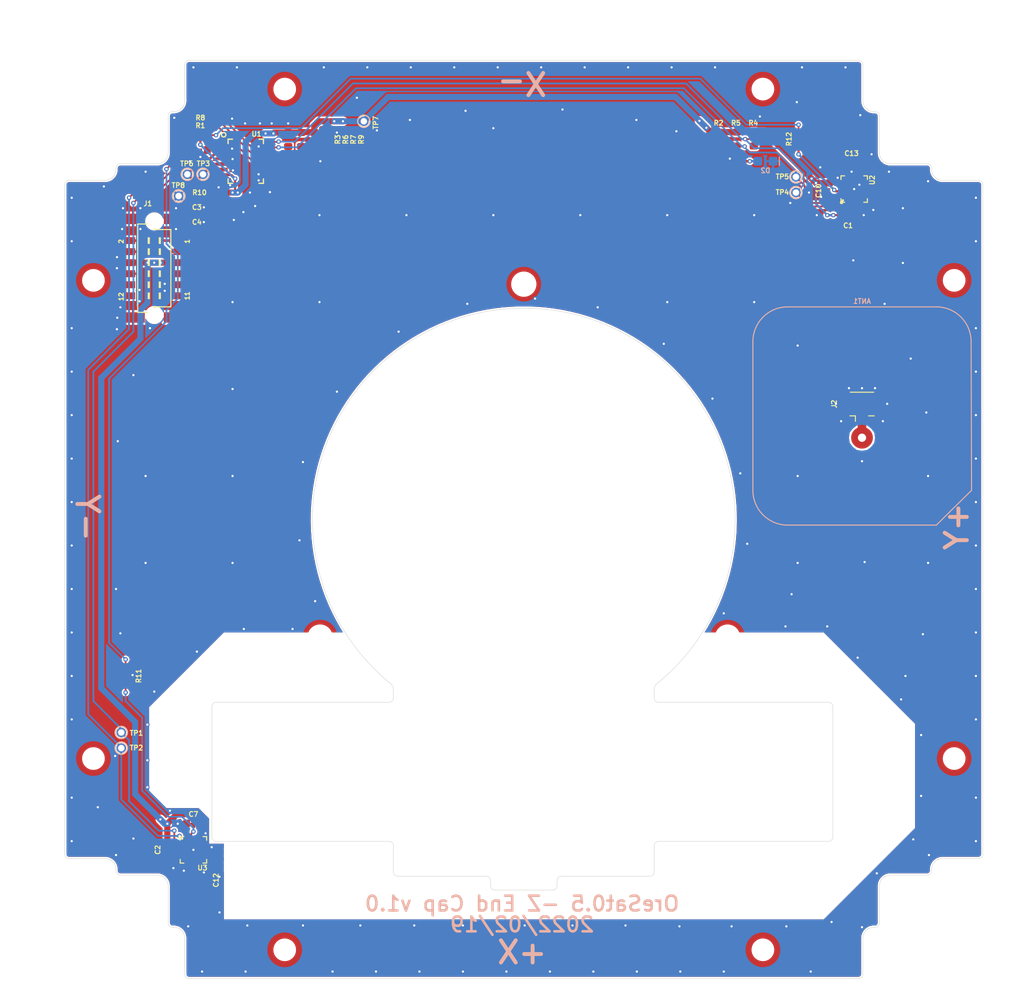
<source format=kicad_pcb>
(kicad_pcb (version 20211014) (generator pcbnew)
  (layers (0 "F.Cu" signal) (31 "B.Cu" signal) (34 "B.Paste" user) (35 "F.Paste" user) (36 "B.SilkS" user "B.Silkscreen") (37 "F.SilkS" user "F.Silkscreen") (38 "B.Mask" user) (39 "F.Mask" user) (44 "Edge.Cuts" user))
  (net 0 "")
  (net 1 "3.3V")
  (net 2 "Net-(C12-Pad1)")
  (net 3 "Net-(C13-Pad1)")
  (net 4 "GND")
  (net 5 "Net-(D2-PadA)")
  (net 6 "Net-(R1-Pad2)")
  (net 7 "Net-(R11-Pad2)")
  (net 8 "/SCL2")
  (net 9 "/SDA2")
  (net 10 "/SDA1")
  (net 11 "/SCL1")
  (net 12 "Net-(R12-Pad2)")
  (net 13 "Net-(R9-Pad2)")
  (net 14 "Net-(R10-Pad1)")
  (net 15 "Net-(R11-Pad1)")
  (net 16 "Net-(R12-Pad1)")
  (net 17 "Net-(ANT1-Pad1)")
  (net 25 "/MAG-SDA")
  (net 26 "/MAG-SCL")
  (footprint "oresat0.5-minusz-end-cap:LGA-16(3X3)" (layer "F.Cu") (at 186.5 67 180)
    (property "Value" "MMC5883MA")
    (fp_text reference "U2")
    (fp_text value "MMC5883MA")
  )
  (footprint "oresat0.5-minusz-end-cap:.0603-B-NOSILK" (layer "F.Cu") (at 185.8 70)
    (property "Value" "")
    (fp_text reference "C1")
    (fp_text value "100n")
  )
  (footprint "oresat0.5-minusz-end-cap:.0603-B-NOSILK" (layer "F.Cu") (at 125.9 61.3 -90)
    (property "Value" "")
    (fp_text reference "R9")
    (fp_text value "4.7k")
  )
  (footprint "oresat0.5-minusz-end-cap:16-SSOP" (layer "F.Cu") (at 116.52 63.8 -90)
    (property "Value" "")
    (fp_text reference "U1")
    (fp_text value "LTC4305IGN")
  )
  (footprint "oresat0.5-minusz-end-cap:1X01" (layer "F.Cu") (at 111.6 65.3 -90)
    (fp_text reference "TP3")
    (fp_text value "TEST-POINT-LARGE-SQUARE")
  )
  (footprint "oresat0.5-minusz-end-cap:.0603-B-NOSILK" (layer "F.Cu") (at 180.1 61.25 90)
    (fp_text reference "R12")
    (fp_text value "NP")
  )
  (footprint "oresat0.5-minusz-end-cap:.0603-B-NOSILK" (layer "F.Cu") (at 110.5 140 180)
    (property "Value" "")
    (fp_text reference "C7")
    (fp_text value "100n")
  )
  (footprint "oresat-misc:Hole-2.4mm-NPTH" (layer "F.Cu") (at 125.064248 118.530638)
    (fp_text reference "REF**" hide)
    (fp_text value "Hole-2.4mm-NPTH")
  )
  (footprint "oresat0.5-minusz-end-cap:.0603-B-NOSILK" (layer "F.Cu") (at 111.3 60.8 180)
    (property "Value" "")
    (fp_text reference "R8")
    (fp_text value "4.7k")
  )
  (footprint "oresat0.5-minusz-end-cap:.0603-B-NOSILK" (layer "F.Cu") (at 186.2 64 180)
    (property "Value" "")
    (fp_text reference "C13")
    (fp_text value "10u")
  )
  (footprint "oresat0.5-minusz-end-cap:LGA-16(3X3)" (layer "F.Cu") (at 110.5 143 90)
    (property "Value" "MMC5883MA")
    (fp_text reference "U3")
    (fp_text value "MMC5883MA")
  )
  (footprint "oresat0.5-minusz-end-cap:.0603-B-NOSILK" (layer "F.Cu") (at 111.3 62.5)
    (property "Value" "")
    (fp_text reference "R1")
    (fp_text value "4.7k")
  )
  (footprint "oresat0.5-minusz-end-cap:.0603-B-NOSILK" (layer "F.Cu") (at 102.7 123 90)
    (fp_text reference "R11")
    (fp_text value "NP")
  )
  (footprint "oresat0.5-minusz-end-cap:.0603-B-NOSILK" (layer "F.Cu") (at 113.4 70.8 180)
    (property "Value" "")
    (fp_text reference "C4")
    (fp_text value "10u")
  )
  (footprint "oresat0.5-minusz-end-cap:.0603-B-NOSILK" (layer "F.Cu") (at 113.4 69.1 180)
    (property "Value" "")
    (fp_text reference "C3")
    (fp_text value "100n")
  )
  (footprint "oresat-misc:Hole-2.4mm-NPTH" (layer "F.Cu") (at 171.935752 118.530638)
    (fp_text reference "REF**" hide)
    (fp_text value "Hole-2.4mm-NPTH")
  )
  (footprint "oresat0.5-minusz-end-cap:.0603-B-NOSILK" (layer "F.Cu") (at 121.4 61.3 90)
    (property "Value" "")
    (fp_text reference "R3")
    (fp_text value "4.7k")
  )
  (footprint "oresat0.5-minusz-end-cap:.0603-B-NOSILK" (layer "F.Cu") (at 170.95 61.25 90)
    (property "Value" "")
    (fp_text reference "R2")
    (fp_text value "2.7k")
  )
  (footprint "oresat0.5-minusz-end-cap:.0603-B-NOSILK" (layer "F.Cu") (at 183.6 67.1 -90)
    (property "Value" "")
    (fp_text reference "C10")
    (fp_text value "100n")
  )
  (footprint "oresat0.5-minusz-end-cap:.0603-B-NOSILK" (layer "F.Cu") (at 113.5 144.1 -90)
    (property "Value" "")
    (fp_text reference "C12")
    (fp_text value "10u")
  )
  (footprint "oresat0.5-minusz-end-cap:.0603-B-NOSILK" (layer "F.Cu") (at 113.4 67.4)
    (property "Value" "")
    (fp_text reference "R10")
    (fp_text value "4.7k")
  )
  (footprint "oresat0.5-minusz-end-cap:.0603-B-NOSILK" (layer "F.Cu") (at 172.95 61.25 90)
    (property "Value" "")
    (fp_text reference "R5")
    (fp_text value "4.7k")
  )
  (footprint "oresat0.5-minusz-end-cap:HARWIN-M55-70X1242R" (layer "F.Cu") (at 106 76.1 90)
    (property "Value" "")
    (fp_text reference "J1")
    (fp_text value "J-HARWIN-M55-70X1242R")
  )
  (footprint "oresat-misc:Hole-2.4mm-NPTH" (layer "F.Cu") (at 148.5 77.938724)
    (fp_text reference "REF**" hide)
    (fp_text value "Hole-2.4mm-NPTH")
  )
  (footprint "oresat0.5-minusz-end-cap:.0603-B-NOSILK" (layer "F.Cu") (at 174.95 61.25 90)
    (property "Value" "")
    (fp_text reference "R4")
    (fp_text value "4.7k")
  )
  (footprint "oresat0.5-minusz-end-cap:.0603-B-NOSILK" (layer "F.Cu") (at 124.4 61.3 90)
    (property "Value" "")
    (fp_text reference "R7")
    (fp_text value "4.7k")
  )
  (footprint "oresat0.5-minusz-end-cap:.0603-B-NOSILK" (layer "F.Cu") (at 107.5 143 -90)
    (property "Value" "")
    (fp_text reference "C2")
    (fp_text value "100n")
  )
  (footprint "oresat0.5-minusz-end-cap:.0603-B-NOSILK" (layer "F.Cu") (at 122.9 61.3 90)
    (property "Value" "")
    (fp_text reference "R6")
    (fp_text value "4.7k")
  )
  (footprint "Connector_Coaxial:U.FL_Hirose_U.FL-R-SMT-1_Vertical" (layer "F.Cu") (at 187.4 92.2 90)
    (fp_text reference "J2")
    (fp_text value "U.FL-R-SMA")
  )
  (footprint "MountingHole:MountingHole_2.1mm" (layer "B.Cu") (at 198 132.5 180)
    (fp_text reference "REF**" hide)
    (fp_text value "MountingHole_2.1mm")
  )
  (footprint "oresat0.5-minusz-end-cap:1X01" (layer "B.Cu") (at 102.2 131.3 180)
    (fp_text reference "TP2")
    (fp_text value "TEST-POINT-LARGE-SQUARE")
  )
  (footprint "oresat0.5-minusz-end-cap:1X01" (layer "B.Cu") (at 179.8 65.6 180)
    (fp_text reference "TP5")
    (fp_text value "TEST-POINT-LARGE-SQUARE")
  )
  (footprint "oresat0.5-minusz-end-cap:1X01" (layer "B.Cu") (at 130.1 59.2 -90)
    (fp_text reference "TP7")
    (fp_text value "TEST-POINT-LARGE-SQUARE")
  )
  (footprint "MountingHole:MountingHole_2.1mm" (layer "B.Cu") (at 99 77.5 180)
    (fp_text reference "REF**" hide)
    (fp_text value "MountingHole_2.1mm")
  )
  (footprint "oresat0.5-minusz-end-cap:LED-0603" (layer "B.Cu") (at 176.3 63.8)
    (property "Value" "")
    (fp_text reference "D2")
    (fp_text value "GREEN")
  )
  (footprint "oresat0.5-minusz-end-cap:1X01" (layer "B.Cu") (at 179.8 67.4 180)
    (fp_text reference "TP4")
    (fp_text value "TEST-POINT-LARGE-SQUARE")
  )
  (footprint "MountingHole:MountingHole_2.1mm" (layer "B.Cu") (at 121 154.5 180)
    (fp_text reference "REF**" hide)
    (fp_text value "MountingHole_2.1mm")
  )
  (footprint "MountingHole:MountingHole_2.1mm" (layer "B.Cu") (at 198 77.5 180)
    (fp_text reference "REF**" hide)
    (fp_text value "MountingHole_2.1mm")
  )
  (footprint "oresat0.5-minusz-end-cap:1X01" (layer "B.Cu") (at 102.2 129.5 180)
    (fp_text reference "TP1")
    (fp_text value "TEST-POINT-LARGE-SQUARE")
  )
  (footprint "MountingHole:MountingHole_2.1mm" (layer "B.Cu") (at 176 55.5 180)
    (fp_text reference "REF**" hide)
    (fp_text value "MountingHole_2.1mm")
  )
  (footprint "MountingHole:MountingHole_2.1mm" (layer "B.Cu") (at 99 132.5 180)
    (fp_text reference "REF**" hide)
    (fp_text value "MountingHole_2.1mm")
  )
  (footprint "MountingHole:MountingHole_2.1mm" (layer "B.Cu") (at 176 154.5 180)
    (fp_text reference "REF**" hide)
    (fp_text value "MountingHole_2.1mm")
  )
  (footprint "oresat0.5-minusz-end-cap:1X01" (layer "B.Cu") (at 108.8 67.8)
    (fp_text reference "TP8")
    (fp_text value "TEST-POINT-LARGE-SQUARE")
  )
  (footprint "oresat-misc:Taoglas-GPS-Patch-Antenna" (layer "B.Cu") (at 187.4 93.1 180)
    (fp_text reference "ANT1")
    (fp_text value "GP.1575.25.2.A.02")
  )
  (footprint "MountingHole:MountingHole_2.1mm" (layer "B.Cu") (at 121 55.5 180)
    (fp_text reference "REF**" hide)
    (fp_text value "MountingHole_2.1mm")
  )
  (footprint "oresat0.5-minusz-end-cap:1X01" (layer "B.Cu") (at 109.8 65.3 -90)
    (fp_text reference "TP6")
    (fp_text value "TEST-POINT-LARGE-SQUARE")
  )
  (gr_arc (start 188.77 58.1) (mid 187.871974 57.728026) (end 187.5 56.83) (layer "Edge.Cuts") (width 0.05))
  (gr_arc (start 187.5 157.3) (mid 187.353553 157.653553) (end 187 157.8) (layer "Edge.Cuts") (width 0.05))
  (gr_line (start 187.5 157.3) (end 187.5 153.17) (layer "Edge.Cuts") (width 0.05))
  (gr_line (start 200.8 144) (end 196.67 144) (layer "Edge.Cuts") (width 0.05))
  (gr_line (start 184.048525 126.531465) (end 184.048525 141.531465) (layer "Edge.Cuts") (width 0.05))
  (gr_line (start 113.125557 142.031465) (end 133 142.031465) (layer "Edge.Cuts") (width 0.05))
  (gr_line (start 190.67 64.1) (end 194.9 64.1) (layer "Edge.Cuts") (width 0.05))
  (gr_arc (start 152.325964 146.531465) (mid 152.472421 146.177922) (end 152.825964 146.031465) (layer "Edge.Cuts") (width 0.05))
  (gr_line (start 152.325964 147.126465) (end 152.325964 146.531465) (layer "Edge.Cuts") (width 0.05))
  (gr_arc (start 110 157.8) (mid 109.646447 157.653553) (end 109.5 157.3) (layer "Edge.Cuts") (width 0.05))
  (gr_line (start 96.2 66) (end 100.33 66) (layer "Edge.Cuts") (width 0.05))
  (gr_arc (start 190.67 64.1) (mid 189.771974 63.728026) (end 189.4 62.83) (layer "Edge.Cuts") (width 0.05))
  (gr_arc (start 133.5 125.531465) (mid 133.353566 125.885041) (end 133 126.031465) (layer "Edge.Cuts") (width 0.05))
  (gr_arc (start 163.5 142.531465) (mid 163.646459 142.177934) (end 164 142.031465) (layer "Edge.Cuts") (width 0.05))
  (gr_arc (start 152.325964 147.126465) (mid 152.179528 147.480028) (end 151.825964 147.626465) (layer "Edge.Cuts") (width 0.05))
  (gr_line (start 101.6 145.27) (end 101.6 145.4) (layer "Edge.Cuts") (width 0.05))
  (gr_line (start 96.2 144) (end 100.33 144) (layer "Edge.Cuts") (width 0.05))
  (gr_arc (start 96.2 144) (mid 95.846447 143.853553) (end 95.7 143.5) (layer "Edge.Cuts") (width 0.05))
  (gr_arc (start 189.4 151.4) (mid 189.253553 151.753553) (end 188.9 151.9) (layer "Edge.Cuts") (width 0.05))
  (gr_line (start 106.33 145.9) (end 102.1 145.9) (layer "Edge.Cuts") (width 0.05))
  (gr_arc (start 201.3 143.5) (mid 201.153553 143.853553) (end 200.8 144) (layer "Edge.Cuts") (width 0.05))
  (gr_arc (start 189.4 147.17) (mid 189.771974 146.271974) (end 190.67 145.9) (layer "Edge.Cuts") (width 0.05))
  (gr_arc (start 144.174036 146.031465) (mid 144.527578 146.177922) (end 144.674036 146.531465) (layer "Edge.Cuts") (width 0.05))
  (gr_arc (start 107.6 58.6) (mid 107.746447 58.246447) (end 108.1 58.1) (layer "Edge.Cuts") (width 0.05))
  (gr_line (start 145.174036 147.626465) (end 151.825964 147.626465) (layer "Edge.Cuts") (width 0.05))
  (gr_line (start 110 52.2) (end 187 52.2) (layer "Edge.Cuts") (width 0.05))
  (gr_arc (start 133.200001 123.899999) (mid 148.5 80.694135) (end 163.799999 123.899999) (layer "Edge.Cuts") (width 0.05))
  (gr_line (start 163.5 124.5) (end 163.5 125.531465) (layer "Edge.Cuts") (width 0.05))
  (gr_line (start 188.77 151.9) (end 188.9 151.9) (layer "Edge.Cuts") (width 0.05))
  (gr_line (start 107.6 147.17) (end 107.6 151.4) (layer "Edge.Cuts") (width 0.05))
  (gr_arc (start 133 142.031465) (mid 133.353566 142.177909) (end 133.5 142.531465) (layer "Edge.Cuts") (width 0.05))
  (gr_arc (start 164 126.031465) (mid 163.646459 125.885016) (end 163.5 125.531465) (layer "Edge.Cuts") (width 0.05))
  (gr_arc (start 107.6 62.83) (mid 107.228026 63.728026) (end 106.33 64.1) (layer "Edge.Cuts") (width 0.05))
  (gr_line (start 133.500001 124.5) (end 133.5 125.531465) (layer "Edge.Cuts") (width 0.05))
  (gr_line (start 200.8 66) (end 196.67 66) (layer "Edge.Cuts") (width 0.05))
  (gr_line (start 112.625557 126.531465) (end 112.625557 141.531465) (layer "Edge.Cuts") (width 0.05))
  (gr_arc (start 106.33 145.9) (mid 107.228026 146.271974) (end 107.6 147.17) (layer "Edge.Cuts") (width 0.05))
  (gr_line (start 108.23 58.1) (end 108.1 58.1) (layer "Edge.Cuts") (width 0.05))
  (gr_line (start 164 126.031465) (end 183.548525 126.031465) (layer "Edge.Cuts") (width 0.05))
  (gr_arc (start 108.23 151.9) (mid 109.128026 152.271974) (end 109.5 153.17) (layer "Edge.Cuts") (width 0.05))
  (gr_arc (start 112.625557 126.531465) (mid 112.772013 126.177919) (end 113.125557 126.031465) (layer "Edge.Cuts") (width 0.05))
  (gr_line (start 107.6 62.83) (end 107.6 58.6) (layer "Edge.Cuts") (width 0.05))
  (gr_arc (start 187 52.2) (mid 187.353553 52.346447) (end 187.5 52.7) (layer "Edge.Cuts") (width 0.05))
  (gr_line (start 190.67 145.9) (end 194.9 145.9) (layer "Edge.Cuts") (width 0.05))
  (gr_line (start 201.3 66.5) (end 201.3 143.5) (layer "Edge.Cuts") (width 0.05))
  (gr_arc (start 113.125557 142.031465) (mid 112.772044 141.885001) (end 112.625557 141.531465) (layer "Edge.Cuts") (width 0.05))
  (gr_line (start 152.825964 146.031465) (end 163 146.031465) (layer "Edge.Cuts") (width 0.05))
  (gr_line (start 195.4 64.73) (end 195.4 64.6) (layer "Edge.Cuts") (width 0.05))
  (gr_line (start 195.4 145.27) (end 195.4 145.4) (layer "Edge.Cuts") (width 0.05))
  (gr_arc (start 101.6 64.6) (mid 101.746447 64.246447) (end 102.1 64.1) (layer "Edge.Cuts") (width 0.05))
  (gr_arc (start 133.2 123.9) (mid 133.410582 124.169709) (end 133.500001 124.5) (layer "Edge.Cuts") (width 0.05))
  (gr_line (start 188.77 58.1) (end 188.9 58.1) (layer "Edge.Cuts") (width 0.05))
  (gr_arc (start 195.4 145.4) (mid 195.253553 145.753553) (end 194.9 145.9) (layer "Edge.Cuts") (width 0.05))
  (gr_arc (start 188.9 58.1) (mid 189.253553 58.246447) (end 189.4 58.6) (layer "Edge.Cuts") (width 0.05))
  (gr_line (start 95.7 143.5) (end 95.7 66.5) (layer "Edge.Cuts") (width 0.05))
  (gr_arc (start 100.33 144) (mid 101.228026 144.371974) (end 101.6 145.27) (layer "Edge.Cuts") (width 0.05))
  (gr_arc (start 95.7 66.5) (mid 95.846447 66.146447) (end 96.2 66) (layer "Edge.Cuts") (width 0.05))
  (gr_arc (start 108.1 151.9) (mid 107.746447 151.753553) (end 107.6 151.4) (layer "Edge.Cuts") (width 0.05))
  (gr_line (start 109.5 157.3) (end 109.5 153.17) (layer "Edge.Cuts") (width 0.05))
  (gr_arc (start 187.5 153.17) (mid 187.871974 152.271974) (end 188.77 151.9) (layer "Edge.Cuts") (width 0.05))
  (gr_line (start 133 126.031465) (end 113.125557 126.031465) (layer "Edge.Cuts") (width 0.05))
  (gr_arc (start 109.5 52.7) (mid 109.646447 52.346447) (end 110 52.2) (layer "Edge.Cuts") (width 0.05))
  (gr_line (start 183.548525 142.031465) (end 164 142.031465) (layer "Edge.Cuts") (width 0.05))
  (gr_line (start 189.4 62.83) (end 189.4 58.6) (layer "Edge.Cuts") (width 0.05))
  (gr_arc (start 194.9 64.1) (mid 195.253553 64.246447) (end 195.4 64.6) (layer "Edge.Cuts") (width 0.05))
  (gr_line (start 144.674036 146.531465) (end 144.674036 147.126465) (layer "Edge.Cuts") (width 0.05))
  (gr_line (start 101.6 64.73) (end 101.6 64.6) (layer "Edge.Cuts") (width 0.05))
  (gr_line (start 134 146.031465) (end 144.174036 146.031465) (layer "Edge.Cuts") (width 0.05))
  (gr_arc (start 195.4 145.27) (mid 195.771974 144.371974) (end 196.67 144) (layer "Edge.Cuts") (width 0.05))
  (gr_line (start 189.4 147.17) (end 189.4 151.4) (layer "Edge.Cuts") (width 0.05))
  (gr_arc (start 163.5 145.531465) (mid 163.353566 145.885041) (end 163 146.031465) (layer "Edge.Cuts") (width 0.05))
  (gr_line (start 133.5 142.531465) (end 133.5 145.531465) (layer "Edge.Cuts") (width 0.05))
  (gr_arc (start 196.67 66) (mid 195.771974 65.628026) (end 195.4 64.73) (layer "Edge.Cuts") (width 0.05))
  (gr_arc (start 200.8 66) (mid 201.153553 66.146447) (end 201.3 66.5) (layer "Edge.Cuts") (width 0.05))
  (gr_arc (start 101.6 64.73) (mid 101.228026 65.628026) (end 100.33 66) (layer "Edge.Cuts") (width 0.05))
  (gr_line (start 187.5 52.7) (end 187.5 56.83) (layer "Edge.Cuts") (width 0.05))
  (gr_arc (start 102.1 145.9) (mid 101.746447 145.753553) (end 101.6 145.4) (layer "Edge.Cuts") (width 0.05))
  (gr_arc (start 109.5 56.83) (mid 109.128026 57.728026) (end 108.23 58.1) (layer "Edge.Cuts") (width 0.05))
  (gr_line (start 187 157.8) (end 110 157.8) (layer "Edge.Cuts") (width 0.05))
  (gr_line (start 163.5 142.531465) (end 163.5 145.531465) (layer "Edge.Cuts") (width 0.05))
  (gr_line (start 109.5 52.7) (end 109.5 56.83) (layer "Edge.Cuts") (width 0.05))
  (gr_arc (start 134 146.031465) (mid 133.646459 145.885016) (end 133.5 145.531465) (layer "Edge.Cuts") (width 0.05))
  (gr_arc (start 183.548525 126.031465) (mid 183.902075 126.177918) (end 184.048525 126.531465) (layer "Edge.Cuts") (width 0.05))
  (gr_line (start 108.23 151.9) (end 108.1 151.9) (layer "Edge.Cuts") (width 0.05))
  (gr_arc (start 163.5 124.5) (mid 163.589418 124.169709) (end 163.8 123.9) (layer "Edge.Cuts") (width 0.05))
  (gr_arc (start 145.174036 147.626465) (mid 144.820472 147.480029) (end 144.674036 147.126465) (layer "Edge.Cuts") (width 0.05))
  (gr_arc (start 184.048525 141.531465) (mid 183.902092 141.88505) (end 183.548525 142.031465) (layer "Edge.Cuts") (width 0.05))
  (gr_line (start 106.33 64.1) (end 102.1 64.1) (layer "Edge.Cuts") (width 0.05))
  (gr_text "+X" (at 148.3 154.8) (layer "B.SilkS") (effects (font (size 2.55 2.55) (thickness 0.45)) (justify mirror)))
  (gr_text "-Y" (at 98.3 104.8 -90) (layer "B.SilkS") (effects (font (size 2.55 2.55) (thickness 0.45)) (justify mirror)))
  (gr_text "-X" (at 148.3 54.8 -180) (layer "B.SilkS") (effects (font (size 2.55 2.55) (thickness 0.45)) (justify mirror)))
  (gr_text "+Y" (at 198.3 105.8 -270) (layer "B.SilkS") (effects (font (size 2.55 2.55) (thickness 0.45)) (justify mirror)))
  (gr_text "2022/02/19" (at 148.3 151.6) (layer "B.SilkS") (effects (font (size 1.7 1.7) (thickness 0.3)) (justify mirror)))
  (gr_text "OreSat0.5 -Z End Cap v1.0" (at 148.3 149.2) (layer "B.SilkS") (effects (font (size 1.7 1.7) (thickness 0.3)) (justify mirror)))
  (segment (start 111 60.8) (end 110.5 60.8) (width 0.25) (layer "F.Cu") (net 1))
  (segment (start 170.95 60.45) (end 172.95 60.45) (width 0.7) (layer "F.Cu") (net 1))
  (segment (start 124.4 59.7) (end 124.4 60.5) (width 0.7) (layer "F.Cu") (net 1))
  (segment (start 182.1 66.3) (end 183.6 66.3) (width 0.7) (layer "F.Cu") (net 1))
  (segment (start 186 68.8) (end 185.4 68.8) (width 0.25) (layer "F.Cu") (net 1))
  (segment (start 111.3 61.9) (end 111.3 61.1) (width 0.25) (layer "F.Cu") (net 1))
  (segment (start 185 69.2) (end 185 70) (width 0.25) (layer "F.Cu") (net 1))
  (segment (start 185.225 66.25) (end 183.65 66.25) (width 0.25) (layer "F.Cu") (net 1))
  (segment (start 111.3 139.5) (end 111.3 140) (width 0.7) (layer "F.Cu") (net 1))
  (segment (start 107.2 140) (end 107.5 140) (width 0.7) (layer "F.Cu") (net 1))
  (segment (start 126.7 59.2) (end 124.9 59.2) (width 0.7) (layer "F.Cu") (net 1))
  (segment (start 108.6 138.9) (end 110.7 138.9) (width 0.7) (layer "F.Cu") (net 1))
  (segment (start 115.3 65.8) (end 115.3 67.1) (width 0.25) (layer "F.Cu") (net 1))
  (segment (start 186.25 68.275) (end 186.25 68.55) (width 0.25) (layer "F.Cu") (net 1))
  (segment (start 114.8875 65.3875) (end 115.3 65.8) (width 0.25) (layer "F.Cu") (net 1))
  (segment (start 115.3 67.1) (end 115.6 67.4) (width 0.25) (layer "F.Cu") (net 1))
  (segment (start 108.75 75.465) (end 109.735 75.465) (width 0.7) (layer "F.Cu") (net 1))
  (segment (start 113.8657 65.3875) (end 114.8875 65.3875) (width 0.25) (layer "F.Cu") (net 1))
  (segment (start 181.6 65.8) (end 182.1 66.3) (width 0.7) (layer "F.Cu") (net 1))
  (segment (start 186.25 68.55) (end 186 68.8) (width 0.25) (layer "F.Cu") (net 1))
  (segment (start 110.7 138.9) (end 111.3 139.5) (width 0.7) (layer "F.Cu") (net 1))
  (segment (start 169.5 59.95) (end 168.7 59.15) (width 0.7) (layer "F.Cu") (net 1))
  (segment (start 107.5 140) (end 107.5 142.2) (width 0.7) (layer "F.Cu") (net 1))
  (segment (start 185.4 68.8) (end 185 69.2) (width 0.25) (layer "F.Cu") (net 1))
  (segment (start 114.2 70.8) (end 114.2 67.4) (width 0.7) (layer "F.Cu") (net 1))
  (segment (start 115 67.4) (end 115.6 67.4) (width 0.7) (layer "F.Cu") (net 1))
  (segment (start 108.65 142.75) (end 108.1 142.2) (width 0.25) (layer "F.Cu") (net 1))
  (segment (start 170 60.45) (end 170.95 60.45) (width 0.7) (layer "F.Cu") (net 1))
  (segment (start 106.7 139.5) (end 107.2 140) (width 0.7) (layer "F.Cu") (net 1))
  (segment (start 124.4 60.45) (end 122.9 60.45) (width 0.7) (layer "F.Cu") (net 1))
  (segment (start 109.225 142.75) (end 108.65 142.75) (width 0.25) (layer "F.Cu") (net 1))
  (segment (start 111.3 61.1) (end 111 60.8) (width 0.25) (layer "F.Cu") (net 1))
  (segment (start 109.735 75.465) (end 114.2 71) (width 0.7) (layer "F.Cu") (net 1))
  (segment (start 185 70) (end 183.4 70) (width 0.25) (layer "F.Cu") (net 1))
  (segment (start 119.7 60.6024) (end 119.8024 60.5) (width 0.7) (layer "F.Cu") (net 1))
  (segment (start 124.9 59.2) (end 124.4 59.7) (width 0.7) (layer "F.Cu") (net 1))
  (segment (start 114.2 67.4) (end 115 67.4) (width 0.7) (layer "F.Cu") (net 1))
  (segment (start 114.2 71) (end 114.2 70.8) (width 0.7) (layer "F.Cu") (net 1))
  (segment (start 119.8024 60.5) (end 121.4 60.5) (width 0.7) (layer "F.Cu") (net 1))
  (segment (start 121.4 60.5) (end 122.9 60.5) (width 0.7) (layer "F.Cu") (net 1))
  (segment (start 111.25 141.725) (end 111.25 140.05) (width 0.25) (layer "F.Cu") (net 1))
  (segment (start 174.95 60.45) (end 176.25 60.45) (width 0.7) (layer "F.Cu") (net 1))
  (segment (start 108.1 142.2) (end 107.5 142.2) (width 0.25) (layer "F.Cu") (net 1))
  (segment (start 169.5 59.95) (end 170 60.45) (width 0.7) (layer "F.Cu") (net 1))
  (segment (start 108.75 75.465) (end 105.235 75.465) (width 0.7) (layer "F.Cu") (net 1))
  (segment (start 105.235 75.465) (end 103.25 75.465) (width 0.7) (layer "F.Cu") (net 1))
  (segment (start 183.65 66.25) (end 183.6 66.3) (width 0.25) (layer "F.Cu") (net 1))
  (segment (start 176.25 60.45) (end 181.6 65.8) (width 0.7) (layer "F.Cu") (net 1))
  (segment (start 107.5 140) (end 108.6 138.9) (width 0.7) (layer "F.Cu") (net 1))
  (segment (start 172.95 60.45) (end 174.95 60.45) (width 0.7) (layer "F.Cu") (net 1))
  (segment (start 118.7976 60.6024) (end 119.7 60.6024) (width 0.7) (layer "F.Cu") (net 1))
  (segment (start 111.25 140.05) (end 111.3 140) (width 0.25) (layer "F.Cu") (net 1))
  (segment (start 127.7 59.2) (end 126.7 59.2) (width 0.7) (layer "F.Cu") (net 1))
  (via (at 115 67.4) (size 0.508) (drill 0.254) (layers "F.Cu" "B.Cu") (net 1))
  (via (at 105.235 75.465) (size 0.508) (drill 0.254) (layers "F.Cu" "B.Cu") (net 1))
  (via (at 115.3 65.8) (size 0.508) (drill 0.254) (layers "F.Cu" "B.Cu") (net 1))
  (via (at 115.6 67.4) (size 0.508) (drill 0.254) (layers "F.Cu" "B.Cu") (net 1))
  (via (at 118.7976 60.6024) (size 0.508) (drill 0.254) (layers "F.Cu" "B.Cu") (net 1))
  (via (at 107.5 140) (size 0.508) (drill 0.254) (layers "F.Cu" "B.Cu") (net 1))
  (via (at 169.5 59.95) (size 0.508) (drill 0.254) (layers "F.Cu" "B.Cu") (net 1))
  (via (at 127.7 59.2) (size 0.508) (drill 0.254) (layers "F.Cu" "B.Cu") (net 1))
  (via (at 106.735 75.465) (size 0.508) (drill 0.254) (layers "F.Cu" "B.Cu") (net 1))
  (via (at 119.7 60.6024) (size 0.508) (drill 0.254) (layers "F.Cu" "B.Cu") (net 1))
  (via (at 181.6 65.8) (size 0.508) (drill 0.254) (layers "F.Cu" "B.Cu") (net 1))
  (via (at 106.7 139.5) (size 0.508) (drill 0.254) (layers "F.Cu" "B.Cu") (net 1))
  (via (at 168.7 59.15) (size 0.508) (drill 0.254) (layers "F.Cu" "B.Cu") (net 1))
  (via (at 183.4 70) (size 0.508) (drill 0.254) (layers "F.Cu" "B.Cu") (net 1))
  (via (at 126.7 59.2) (size 0.508) (drill 0.254) (layers "F.Cu" "B.Cu") (net 1))
  (via (at 184.1 70) (size 0.508) (drill 0.254) (layers "F.Cu" "B.Cu") (net 1))
  (via (at 111.3 61.9) (size 0.508) (drill 0.254) (layers "F.Cu" "B.Cu") (net 1))
  (via (at 105.99 75.465) (size 0.508) (drill 0.254) (layers "F.Cu" "B.Cu") (net 1))
  (via (at 182.1 66.3) (size 0.508) (drill 0.254) (layers "F.Cu" "B.Cu") (net 1))
  (segment (start 183.4 70) (end 182.1 68.7) (width 0.25) (layer "B.Cu") (net 1))
  (segment (start 99.9 124.4) (end 99.9 88.719825) (width 0.7) (layer "B.Cu") (net 1))
  (segment (start 107.2 140) (end 107.5 140) (width 0.7) (layer "B.Cu") (net 1))
  (segment (start 115.3 65.8) (end 115.2 65.8) (width 0.25) (layer "B.Cu") (net 1))
  (segment (start 127.7 59.2) (end 130.1 59.2) (width 0.7) (layer "B.Cu") (net 1))
  (segment (start 103.8 128.3) (end 99.9 124.4) (width 0.7) (layer "B.Cu") (net 1))
  (segment (start 106.7 139.5) (end 103.8 136.6) (width 0.7) (layer "B.Cu") (net 1))
  (segment (start 115 67.4) (end 115.6 67.4) (width 0.7) (layer "B.Cu") (net 1))
  (segment (start 182.1 68.7) (end 182.1 66.3) (width 0.25) (layer "B.Cu") (net 1))
  (segment (start 105.235 80.065) (end 105.235 75.465) (width 0.7) (layer "B.Cu") (net 1))
  (segment (start 117.4976 60.6024) (end 119.7 60.6024) (width 0.7) (layer "B.Cu") (net 1))
  (segment (start 116.5 61.6) (end 117.4976 60.6024) (width 0.7) (layer "B.Cu") (net 1))
  (segment (start 105.235 75.465) (end 106.735 75.465) (width 0.7) (layer "B.Cu") (net 1))
  (segment (start 104.4 84.219825) (end 104.4 80.9) (width 0.7) (layer "B.Cu") (net 1))
  (segment (start 127.7 59.2) (end 126.7 59.2) (width 0.7) (layer "B.Cu") (net 1))
  (segment (start 103.8 136.6) (end 103.8 128.3) (width 0.7) (layer "B.Cu") (net 1))
  (segment (start 104.4 80.9) (end 105.235 80.065) (width 0.7) (layer "B.Cu") (net 1))
  (segment (start 165.95 56.4) (end 169.5 59.95) (width 0.7) (layer "B.Cu") (net 1))
  (segment (start 130.1 59.2) (end 132.9 56.4) (width 0.7) (layer "B.Cu") (net 1))
  (segment (start 106.7 139.5) (end 107.2 140) (width 0.7) (layer "B.Cu") (net 1))
  (segment (start 115.6 67.4) (end 116.5 66.5) (width 0.7) (layer "B.Cu") (net 1))
  (segment (start 183.4 70) (end 184.1 70) (width 0.25) (layer "B.Cu") (net 1))
  (segment (start 132.9 56.4) (end 165.95 56.4) (width 0.7) (layer "B.Cu") (net 1))
  (segment (start 99.9 88.719825) (end 104.4 84.219825) (width 0.7) (layer "B.Cu") (net 1))
  (segment (start 115.2 65.8) (end 111.3 61.9) (width 0.25) (layer "B.Cu") (net 1))
  (segment (start 182.1 66.3) (end 181.6 65.8) (width 0.25) (layer "B.Cu") (net 1))
  (segment (start 116.5 66.5) (end 116.5 61.6) (width 0.7) (layer "B.Cu") (net 1))
  (segment (start 111.775 143.25) (end 113.45 143.25) (width 0.25) (layer "F.Cu") (net 2))
  (segment (start 113.45 143.25) (end 113.5 143.3) (width 0.25) (layer "F.Cu") (net 2))
  (segment (start 186.75 65.725) (end 186.75 65.15) (width 0.25) (layer "F.Cu") (net 3))
  (segment (start 186.75 65.15) (end 187 64.9) (width 0.25) (layer "F.Cu") (net 3))
  (segment (start 187 64.9) (end 187 64) (width 0.25) (layer "F.Cu") (net 3))
  (segment (start 103.255 76.74) (end 103.25 76.735) (width 0.7) (layer "F.Cu") (net 4))
  (via (at 180 110) (size 0.508) (drill 0.254) (layers "F.Cu" "B.Cu") (net 4))
  (via (at 96.5 98) (size 0.508) (drill 0.254) (layers "F.Cu" "B.Cu") (net 4))
  (via (at 184.6 65.7) (size 0.508) (drill 0.254) (layers "F.Cu" "B.Cu") (net 4))
  (via (at 111.7 70.8) (size 0.508) (drill 0.254) (layers "F.Cu" "B.Cu") (net 4))
  (via (at 172.4 151.8) (size 0.508) (drill 0.254) (layers "F.Cu" "B.Cu") (net 4))
  (via (at 186.2 65) (size 0.508) (drill 0.254) (layers "F.Cu" "B.Cu") (net 4))
  (via (at 154.1 151.7) (size 0.508) (drill 0.254) (layers "F.Cu" "B.Cu") (net 4))
  (via (at 170.5 53) (size 0.508) (drill 0.254) (layers "F.Cu" "B.Cu") (net 4))
  (via (at 125 80) (size 0.508) (drill 0.254) (layers "F.Cu" "B.Cu") (net 4))
  (via (at 200.5 73) (size 0.508) (drill 0.254) (layers "F.Cu" "B.Cu") (net 4))
  (via (at 116.5 157) (size 0.508) (drill 0.254) (layers "F.Cu" "B.Cu") (net 4))
  (via (at 104.3 78.6) (size 0.508) (drill 0.254) (layers "F.Cu" "B.Cu") (net 4))
  (via (at 165 70) (size 0.508) (drill 0.254) (layers "F.Cu" "B.Cu") (net 4))
  (via (at 96.5 83) (size 0.508) (drill 0.254) (layers "F.Cu" "B.Cu") (net 4))
  (via (at 173.4 99.7) (size 0.508) (drill 0.254) (layers "F.Cu" "B.Cu") (net 4))
  (via (at 116.25 69.65) (size 0.508) (drill 0.254) (layers "F.Cu" "B.Cu") (net 4))
  (via (at 152.95 57.85) (size 0.508) (drill 0.254) (layers "F.Cu" "B.Cu") (net 4))
  (via (at 187.2 58.5) (size 0.508) (drill 0.254) (layers "F.Cu" "B.Cu") (net 4))
  (via (at 188.5 63) (size 0.508) (drill 0.254) (layers "F.Cu" "B.Cu") (net 4))
  (via (at 181.5 157) (size 0.508) (drill 0.254) (layers "F.Cu" "B.Cu") (net 4))
  (via (at 183.9 151.3) (size 0.508) (drill 0.254) (layers "F.Cu" "B.Cu") (net 4))
  (via (at 96.5 93) (size 0.508) (drill 0.254) (layers "F.Cu" "B.Cu") (net 4))
  (via (at 179.15 68.6) (size 0.508) (drill 0.254) (layers "F.Cu" "B.Cu") (net 4))
  (via (at 123.1 98.4) (size 0.508) (drill 0.254) (layers "F.Cu" "B.Cu") (net 4))
  (via (at 118 65.3) (size 0.508) (drill 0.254) (layers "F.Cu" "B.Cu") (net 4))
  (via (at 188.7 69.4) (size 0.508) (drill 0.254) (layers "F.Cu" "B.Cu") (net 4))
  (via (at 131.5 157) (size 0.508) (drill 0.254) (layers "F.Cu" "B.Cu") (net 4))
  (via (at 115 63.55) (size 0.508) (drill 0.254) (layers "F.Cu" "B.Cu") (net 4))
  (via (at 103.6 141.7) (size 0.508) (drill 0.254) (layers "F.Cu" "B.Cu") (net 4))
  (via (at 190.5 65) (size 0.508) (drill 0.254) (layers "F.Cu" "B.Cu") (net 4))
  (via (at 200.5 123) (size 0.508) (drill 0.254) (layers "F.Cu" "B.Cu") (net 4))
  (via (at 200.5 83) (size 0.508) (drill 0.254) (layers "F.Cu" "B.Cu") (net 4))
  (via (at 141.5 151.7) (size 0.508) (drill 0.254) (layers "F.Cu" "B.Cu") (net 4))
  (via (at 194.2 129.8) (size 0.508) (drill 0.254) (layers "F.Cu" "B.Cu") (net 4))
  (via (at 155.5 53) (size 0.508) (drill 0.254) (layers "F.Cu" "B.Cu") (net 4))
  (via (at 105.5 83) (size 0.508) (drill 0.254) (layers "F.Cu" "B.Cu") (net 4))
  (via (at 109.9 151.8) (size 0.508) (drill 0.254) (layers "F.Cu" "B.Cu") (net 4))
  (via (at 194.2 136.8) (size 0.508) (drill 0.254) (layers "F.Cu" "B.Cu") (net 4))
  (via (at 101.71 74.83) (size 0.508) (drill 0.254) (layers "F.Cu" "B.Cu") (net 4))
  (via (at 171.5 157) (size 0.508) (drill 0.254) (layers "F.Cu" "B.Cu") (net 4))
  (via (at 118 62.1) (size 0.508) (drill 0.254) (layers "F.Cu" "B.Cu") (net 4))
  (via (at 195 66.1) (size 0.508) (drill 0.254) (layers "F.Cu" "B.Cu") (net 4))
  (via (at 105.2 128.6) (size 0.508) (drill 0.254) (layers "F.Cu" "B.Cu") (net 4))
  (via (at 195.1 143.6) (size 0.508) (drill 0.254) (layers "F.Cu" "B.Cu") (net 4))
  (via (at 125.1 63.8) (size 0.508) (drill 0.254) (layers "F.Cu" "B.Cu") (net 4))
  (via (at 121.4 59.45) (size 0.508) (drill 0.254) (layers "F.Cu" "B.Cu") (net 4))
  (via (at 185 93.7) (size 0.508) (drill 0.254) (layers "F.Cu" "B.Cu") (net 4))
  (via (at 187.7 109.9) (size 0.508) (drill 0.254) (layers "F.Cu" "B.Cu") (net 4))
  (via (at 200.5 108) (size 0.508) (drill 0.254) (layers "F.Cu" "B.Cu") (net 4))
  (via (at 186.9 120.9) (size 0.508) (drill 0.254) (layers "F.Cu" "B.Cu") (net 4))
  (via (at 104.4 71.6) (size 0.508) (drill 0.254) (layers "F.Cu" "B.Cu") (net 4))
  (via (at 96.5 108) (size 0.508) (drill 0.254) (layers "F.Cu" "B.Cu") (net 4))
  (via (at 151.5 157) (size 0.508) (drill 0.254) (layers "F.Cu" "B.Cu") (net 4))
  (via (at 116.45 59.45) (size 0.508) (drill 0.254) (layers "F.Cu" "B.Cu") (net 4))
  (via (at 187.4 89.9) (size 0.508) (drill 0.254) (layers "F.Cu" "B.Cu") (net 4))
  (via (at 180 85) (size 0.508) (drill 0.254) (layers "F.Cu" "B.Cu") (net 4))
  (via (at 108.5 71.6) (size 0.508) (drill 0.254) (layers "F.Cu" "B.Cu") (net 4))
  (via (at 141.5 157) (size 0.508) (drill 0.254) (layers "F.Cu" "B.Cu") (net 4))
  (via (at 192.4 123) (size 0.508) (drill 0.254) (layers "F.Cu" "B.Cu") (net 4))
  (via (at 106 124.8) (size 0.508) (drill 0.254) (layers "F.Cu" "B.Cu") (net 4))
  (via (at 200.5 68) (size 0.508) (drill 0.254) (layers "F.Cu" "B.Cu") (net 4))
  (via (at 187.4 98.3) (size 0.508) (drill 0.254) (layers "F.Cu" "B.Cu") (net 4))
  (via (at 124.5 114.4) (size 0.508) (drill 0.254) (layers "F.Cu" "B.Cu") (net 4))
  (via (at 193.3 141.8) (size 0.508) (drill 0.254) (layers "F.Cu" "B.Cu") (net 4))
  (via (at 186.5 67) (size 0.508) (drill 0.254) (layers "F.Cu" "B.Cu") (net 4))
  (via (at 101.74 81.8) (size 0.508) (drill 0.254) (layers "F.Cu" "B.Cu") (net 4))
  (via (at 200.5 103) (size 0.508) (drill 0.254) (layers "F.Cu" "B.Cu") (net 4))
  (via (at 187.1 66.5) (size 0.508) (drill 0.254) (layers "F.Cu" "B.Cu") (net 4))
  (via (at 172.2 63.5) (size 0.508) (drill 0.254) (layers "F.Cu" "B.Cu") (net 4))
  (via (at 116.3 117.6) (size 0.508) (drill 0.254) (layers "F.Cu" "B.Cu") (net 4))
  (via (at 129.3 56.5) (size 0.508) (drill 0.254) (layers "F.Cu" "B.Cu") (net 4))
  (via (at 107.8 138.5) (size 0.508) (drill 0.254) (layers "F.Cu" "B.Cu") (net 4))
  (via (at 141.8 58) (size 0.508) (drill 0.254) (layers "F.Cu" "B.Cu") (net 4))
  (via (at 115.5 53) (size 0.508) (drill 0.254) (layers "F.Cu" "B.Cu") (net 4))
  (via (at 108.5 69.2) (size 0.508) (drill 0.254) (layers "F.Cu" "B.Cu") (net 4))
  (via (at 118 66) (size 0.508) (drill 0.254) (layers "F.Cu" "B.Cu") (net 4))
  (via (at 146.5 157) (size 0.508) (drill 0.254) (layers "F.Cu" "B.Cu") (net 4))
  (via (at 189.1 145.7) (size 0.508) (drill 0.254) (layers "F.Cu" "B.Cu") (net 4))
  (via (at 185.5 53) (size 0.508) (drill 0.254) (layers "F.Cu" "B.Cu") (net 4))
  (via (at 111.5 157) (size 0.508) (drill 0.254) (layers "F.Cu" "B.Cu") (net 4))
  (via (at 200.5 118) (size 0.508) (drill 0.254) (layers "F.Cu" "B.Cu") (net 4))
  (via (at 179.9 57) (size 0.508) (drill 0.254) (layers "F.Cu" "B.Cu") (net 4))
  (via (at 108.2 145.1) (size 0.508) (drill 0.254) (layers "F.Cu" "B.Cu") (net 4))
  (via (at 185.9 89.9) (size 0.508) (drill 0.254) (layers "F.Cu" "B.Cu") (net 4))
  (via (at 110.5 53) (size 0.508) (drill 0.254) (layers "F.Cu" "B.Cu") (net 4))
  (via (at 115 90) (size 0.508) (drill 0.254) (layers "F.Cu" "B.Cu") (net 4))
  (via (at 113.5 150.2) (size 0.508) (drill 0.254) (layers "F.Cu" "B.Cu") (net 4))
  (via (at 114.95 58.9) (size 0.508) (drill 0.254) (layers "F.Cu" "B.Cu") (net 4))
  (via (at 112.6 142.7) (size 0.508) (drill 0.254) (layers "F.Cu" "B.Cu") (net 4))
  (via (at 96.5 73) (size 0.508) (drill 0.254) (layers "F.Cu" "B.Cu") (net 4))
  (via (at 187.6 70) (size 0.508) (drill 0.254) (layers "F.Cu" "B.Cu") (net 4))
  (via (at 113.5 146.1) (size 0.508) (drill 0.254) (layers "F.Cu" "B.Cu") (net 4))
  (via (at 194.4 118.2) (size 0.508) (drill 0.254) (layers "F.Cu" "B.Cu") (net 4))
  (via (at 117.6 68.95) (size 0.508) (drill 0.254) (layers "F.Cu" "B.Cu") (net 4))
  (via (at 145 60) (size 0.508) (drill 0.254) (layers "F.Cu" "B.Cu") (net 4))
  (via (at 113.4 66.8) (size 0.508) (drill 0.254) (layers "F.Cu" "B.Cu") (net 4))
  (via (at 119.5 59.45) (size 0.508) (drill 0.254) (layers "F.Cu" "B.Cu") (net 4))
  (via (at 105 110) (size 0.508) (drill 0.254) (layers "F.Cu" "B.Cu") (net 4))
  (via (at 108.7 140) (size 0.508) (drill 0.254) (layers "F.Cu" "B.Cu") (net 4))
  (via (at 127 90.3) (size 0.508) (drill 0.254) (layers "F.Cu" "B.Cu") (net 4))
  (via (at 200.5 137) (size 0.508) (drill 0.254) (layers "F.Cu" "B.Cu") (net 4))
  (via (at 180 100) (size 0.508) (drill 0.254) (layers "F.Cu" "B.Cu") (net 4))
  (via (at 160.5 53) (size 0.508) (drill 0.254) (layers "F.Cu" "B.Cu") (net 4))
  (via (at 110.5 143) (size 0.508) (drill 0.254) (layers "F.Cu" "B.Cu") (net 4))
  (via (at 140.5 53) (size 0.508) (drill 0.254) (layers "F.Cu" "B.Cu") (net 4))
  (via (at 190 80.2) (size 0.508) (drill 0.254) (layers "F.Cu" "B.Cu") (net 4))
  (via (at 188.9 89.9) (size 0.508) (drill 0.254) (layers "F.Cu" "B.Cu") (net 4))
  (via (at 200.5 142) (size 0.508) (drill 0.254) (layers "F.Cu" "B.Cu") (net 4))
  (via (at 102.3 71.6) (size 0.508) (drill 0.254) (layers "F.Cu" "B.Cu") (net 4))
  (via (at 165.5 53) (size 0.508) (drill 0.254) (layers "F.Cu" "B.Cu") (net 4))
  (via (at 115 100) (size 0.508) (drill 0.254) (layers "F.Cu" "B.Cu") (net 4))
  (via (at 125.5 53) (size 0.508) (drill 0.254) (layers "F.Cu" "B.Cu") (net 4))
  (via (at 182.2 70) (size 0.508) (drill 0.254) (layers "F.Cu" "B.Cu") (net 4))
  (via (at 142 80.2) (size 0.508) (drill 0.254) (layers "F.Cu" "B.Cu") (net 4))
  (via (at 96.5 128) (size 0.508) (drill 0.254) (layers "F.Cu" "B.Cu") (net 4))
  (via (at 183.4 117.3) (size 0.508) (drill 0.254) (layers "F.Cu" "B.Cu") (net 4))
  (via (at 118.15 59.45) (size 0.508) (drill 0.254) (layers "F.Cu" "B.Cu") (net 4))
  (via (at 111.7 145.6) (size 0.508) (drill 0.254) (layers "F.Cu" "B.Cu") (net 4))
  (via (at 101.6 113) (size 0.508) (drill 0.254) (layers "F.Cu" "B.Cu") (net 4))
  (via (at 115.15 70.55) (size 0.508) (drill 0.254) (layers "F.Cu" "B.Cu") (net 4))
  (via (at 96.5 118) (size 0.508) (drill 0.254) (layers "F.Cu" "B.Cu") (net 4))
  (via (at 130.5 53) (size 0.508) (drill 0.254) (layers "F.Cu" "B.Cu") (net 4))
  (via (at 117 67.4) (size 0.508) (drill 0.254) (layers "F.Cu" "B.Cu") (net 4))
  (via (at 192.1 75.5) (size 0.508) (drill 0.254) (layers "F.Cu" "B.Cu") (net 4))
  (via (at 200.5 128) (size 0.508) (drill 0.254) (layers "F.Cu" "B.Cu") (net 4))
  (via (at 161.5 157) (size 0.508) (drill 0.254) (layers "F.Cu" "B.Cu") (net 4))
  (via (at 109.4 145.4) (size 0.508) (drill 0.254) (layers "F.Cu" "B.Cu") (net 4))
  (via (at 127 60.5) (size 0.508) (drill 0.254) (layers "F.Cu" "B.Cu") (net 4))
  (via (at 115 80) (size 0.508) (drill 0.254) (layers "F.Cu" "B.Cu") (net 4))
  (via (at 104.3 79.9) (size 0.508) (drill 0.254) (layers "F.Cu" "B.Cu") (net 4))
  (via (at 160.2 151.7) (size 0.508) (drill 0.254) (layers "F.Cu" "B.Cu") (net 4))
  (via (at 135 70) (size 0.508) (drill 0.254) (layers "F.Cu" "B.Cu") (net 4))
  (via (at 157 80.6) (size 0.508) (drill 0.254) (layers "F.Cu" "B.Cu") (net 4))
  (via (at 121.9 117.6) (size 0.508) (drill 0.254) (layers "F.Cu" "B.Cu") (net 4))
  (via (at 175.65 58.65) (size 0.508) (drill 0.254) (layers "F.Cu" "B.Cu") (net 4))
  (via (at 96.5 68) (size 0.508) (drill 0.254) (layers "F.Cu" "B.Cu") (net 4))
  (via (at 186.4 75.2) (size 0.508) (drill 0.254) (layers "F.Cu" "B.Cu") (net 4))
  (via (at 178.7 151.8) (size 0.508) (drill 0.254) (layers "F.Cu" "B.Cu") (net 4))
  (via (at 165 80) (size 0.508) (drill 0.254) (layers "F.Cu" "B.Cu") (net 4))
  (via (at 108.3 58.8) (size 0.508) (drill 0.254) (layers "F.Cu" "B.Cu") (net 4))
  (via (at 184.4 91.7) (size 0.508) (drill 0.254) (layers "F.Cu" "B.Cu") (net 4))
  (via (at 101.6 143.6) (size 0.508) (drill 0.254) (layers "F.Cu" "B.Cu") (net 4))
  (via (at 111.7 69.1) (size 0.508) (drill 0.254) (layers "F.Cu" "B.Cu") (net 4))
  (via (at 119.3 67.35) (size 0.508) (drill 0.254) (layers "F.Cu" "B.Cu") (net 4))
  (via (at 155 70) (size 0.508) (drill 0.254) (layers "F.Cu" "B.Cu") (net 4))
  (via (at 110.9 120.2) (size 0.508) (drill 0.254) (layers "F.Cu" "B.Cu") (net 4))
  (via (at 161.45 59.05) (size 0.508) (drill 0.254) (layers "F.Cu" "B.Cu") (net 4))
  (via (at 131.6 60.25) (size 0.508) (drill 0.254) (layers "F.Cu" "B.Cu") (net 4))
  (via (at 182.7 67.9) (size 0.508) (drill 0.254) (layers "F.Cu" "B.Cu") (net 4))
  (via (at 126.5 157) (size 0.508) (drill 0.254) (layers "F.Cu" "B.Cu") (net 4))
  (via (at 103.5 122.9) (size 0.508) (drill 0.254) (layers "F.Cu" "B.Cu") (net 4))
  (via (at 111.9 141.1) (size 0.508) (drill 0.254) (layers "F.Cu" "B.Cu") (net 4))
  (via (at 171.5 115.8) (size 0.508) (drill 0.254) (layers "F.Cu" "B.Cu") (net 4))
  (via (at 195 110) (size 0.508) (drill 0.254) (layers "F.Cu" "B.Cu") (net 4))
  (via (at 148.6 151.7) (size 0.508) (drill 0.254) (layers "F.Cu" "B.Cu") (net 4))
  (via (at 115.05 64.85) (size 0.508) (drill 0.254) (layers "F.Cu" "B.Cu") (net 4))
  (via (at 101.5 132.2) (size 0.508) (drill 0.254) (layers "F.Cu" "B.Cu") (net 4))
  (via (at 122.7 107.4) (size 0.508) (drill 0.254) (layers "F.Cu" "B.Cu") (net 4))
  (via (at 96.5 123) (size 0.508) (drill 0.254) (layers "F.Cu" "B.Cu") (net 4))
  (via (at 134.1 83.4) (size 0.508) (drill 0.254) (layers "F.Cu" "B.Cu") (net 4))
  (via (at 101.8 96) (size 0.508) (drill 0.254) (layers "F.Cu" "B.Cu") (net 4))
  (via (at 187.4 151.9) (size 0.508) (drill 0.254) (layers "F.Cu" "B.Cu") (net 4))
  (via (at 200.5 93) (size 0.508) (drill 0.254) (layers "F.Cu" "B.Cu") (net 4))
  (via (at 189.8 93.7) (size 0.508) (drill 0.254) (layers "F.Cu" "B.Cu") (net 4))
  (via (at 102.1 80.6) (size 0.508) (drill 0.254) (layers "F.Cu" "B.Cu") (net 4))
  (via (at 96.5 137) (size 0.508) (drill 0.254) (layers "F.Cu" "B.Cu") (net 4))
  (via (at 194.8 92.7) (size 0.508) (drill 0.254) (layers "F.Cu" "B.Cu") (net 4))
  (via (at 115 110) (size 0.508) (drill 0.254) (layers "F.Cu" "B.Cu") (net 4))
  (via (at 116.7 151.7) (size 0.508) (drill 0.254) (layers "F.Cu" "B.Cu") (net 4))
  (via (at 149.8 79.6) (size 0.508) (drill 0.254) (layers "F.Cu" "B.Cu") (net 4))
  (via (at 135.9 151.7) (size 0.508) (drill 0.254) (layers "F.Cu" "B.Cu") (net 4))
  (via (at 145.5 53) (size 0.508) (drill 0.254) (layers "F.Cu" "B.Cu") (net 4))
  (via (at 166.4 151.8) (size 0.508) (drill 0.254) (layers "F.Cu" "B.Cu") (net 4))
  (via (at 175 70) (size 0.508) (drill 0.254) (layers "F.Cu" "B.Cu") (net 4))
  (via (at 200.5 113) (size 0.508) (drill 0.254) (layers "F.Cu" "B.Cu") (net 4))
  (via (at 111.3 63.3) (size 0.508) (drill 0.254) (layers "F.Cu" "B.Cu") (net 4))
  (via (at 102.1 118.1) (size 0.508) (drill 0.254) (layers "F.Cu" "B.Cu") (net 4))
  (via (at 105.2 132.7) (size 0.508) (drill 0.254) (layers "F.Cu" "B.Cu") (net 4))
  (via (at 96.5 113) (size 0.508) (drill 0.254) (layers "F.Cu" "B.Cu") (net 4))
  (via (at 200.5 88) (size 0.508) (drill 0.254) (layers "F.Cu" "B.Cu") (net 4))
  (via (at 96.5 88) (size 0.508) (drill 0.254) (layers "F.Cu" "B.Cu") (net 4))
  (via (at 180.5 53) (size 0.508) (drill 0.254) (layers "F.Cu" "B.Cu") (net 4))
  (via (at 105.2 135.8) (size 0.508) (drill 0.254) (layers "F.Cu" "B.Cu") (net 4))
  (via (at 156.5 157) (size 0.508) (drill 0.254) (layers "F.Cu" "B.Cu") (net 4))
  (via (at 100.2 66.7) (size 0.508) (drill 0.254) (layers "F.Cu" "B.Cu") (net 4))
  (via (at 164.6 84.8) (size 0.508) (drill 0.254) (layers "F.Cu" "B.Cu") (net 4))
  (via (at 105 65) (size 0.508) (drill 0.254) (layers "F.Cu" "B.Cu") (net 4))
  (via (at 105 100) (size 0.508) (drill 0.254) (layers "F.Cu" "B.Cu") (net 4))
  (via (at 166.5 157) (size 0.508) (drill 0.254) (layers "F.Cu" "B.Cu") (net 4))
  (via (at 107.2 78.7) (size 0.508) (drill 0.254) (layers "F.Cu" "B.Cu") (net 4))
  (via (at 178.6 117.3) (size 0.508) (drill 0.254) (layers "F.Cu" "B.Cu") (net 4))
  (via (at 195 100) (size 0.508) (drill 0.254) (layers "F.Cu" "B.Cu") (net 4))
  (via (at 101.7 83.12) (size 0.508) (drill 0.254) (layers "F.Cu" "B.Cu") (net 4))
  (via (at 170.2 91.1) (size 0.508) (drill 0.254) (layers "F.Cu" "B.Cu") (net 4))
  (via (at 123.1 151.7) (size 0.508) (drill 0.254) (layers "F.Cu" "B.Cu") (net 4))
  (via (at 101.7 76.1) (size 0.508) (drill 0.254) (layers "F.Cu" "B.Cu") (net 4))
  (via (at 166.05 60.35) (size 0.508) (drill 0.254) (layers "F.Cu" "B.Cu") (net 4))
  (via (at 191.9 125.7) (size 0.508) (drill 0.254) (layers "F.Cu" "B.Cu") (net 4))
  (via (at 175 80) (size 0.508) (drill 0.254) (layers "F.Cu" "B.Cu") (net 4))
  (via (at 96.5 142) (size 0.508) (drill 0.254) (layers "F.Cu" "B.Cu") (net 4))
  (via (at 99.5 138.1) (size 0.508) (drill 0.254) (layers "F.Cu" "B.Cu") (net 4))
  (via (at 114.721416 66.552975) (size 0.508) (drill 0.254) (layers "F.Cu" "B.Cu") (net 4))
  (via (at 135.5 53) (size 0.508) (drill 0.254) (layers "F.Cu" "B.Cu") (net 4))
  (via (at 181.3 67.4) (size 0.508) (drill 0.254) (layers "F.Cu" "B.Cu") (net 4))
  (via (at 193 86.5) (size 0.508) (drill 0.254) (layers "F.Cu" "B.Cu") (net 4))
  (via (at 136.5 157) (size 0.508) (drill 0.254) (layers "F.Cu" "B.Cu") (net 4))
  (via (at 129.7 151.7) (size 0.508) (drill 0.254) (layers "F.Cu" "B.Cu") (net 4))
  (via (at 102.4 69.2) (size 0.508) (drill 0.254) (layers "F.Cu" "B.Cu") (net 4))
  (via (at 145 70) (size 0.508) (drill 0.254) (layers "F.Cu" "B.Cu") (net 4))
  (via (at 110.1 63.8) (size 0.508) (drill 0.254) (layers "F.Cu" "B.Cu") (net 4))
  (via (at 174.2 107.8) (size 0.508) (drill 0.254) (layers "F.Cu" "B.Cu") (net 4))
  (via (at 96.5 103) (size 0.508) (drill 0.254) (layers "F.Cu" "B.Cu") (net 4))
  (via (at 104.4 69.2) (size 0.508) (drill 0.254) (layers "F.Cu" "B.Cu") (net 4))
  (via (at 192.1 69.2) (size 0.508) (drill 0.254) (layers "F.Cu" "B.Cu") (net 4))
  (via (at 125 70) (size 0.508) (drill 0.254) (layers "F.Cu" "B.Cu") (net 4))
  (via (at 135.4 59.05) (size 0.508) (drill 0.254) (layers "F.Cu" "B.Cu") (net 4))
  (via (at 114.95 62.35) (size 0.508) (drill 0.254) (layers "F.Cu" "B.Cu") (net 4))
  (via (at 107.2 77.9) (size 0.508) (drill 0.254) (layers "F.Cu" "B.Cu") (net 4))
  (via (at 200.5 98) (size 0.508) (drill 0.254) (layers "F.Cu" "B.Cu") (net 4))
  (via (at 179.3 113.6) (size 0.508) (drill 0.254) (layers "F.Cu" "B.Cu") (net 4))
  (via (at 182.6 64.5) (size 0.508) (drill 0.254) (layers "F.Cu" "B.Cu") (net 4))
  (via (at 150.5 53) (size 0.508) (drill 0.254) (layers "F.Cu" "B.Cu") (net 4))
  (via (at 103.6 88.4) (size 0.508) (drill 0.254) (layers "F.Cu" "B.Cu") (net 4))
  (via (at 190.3 91.7) (size 0.508) (drill 0.254) (layers "F.Cu" "B.Cu") (net 4))
  (segment (start 174.5 63.8) (end 173.45 63.8) (width 0.3) (layer "F.Cu") (net 5))
  (segment (start 173.45 63.8) (end 171.7 62.05) (width 0.3) (layer "F.Cu") (net 5))
  (segment (start 171.7 62.05) (end 170.95 62.05) (width 0.3) (layer "F.Cu") (net 5))
  (via (at 174.5 63.8) (size 0.508) (drill 0.254) (layers "F.Cu" "B.Cu") (net 5))
  (segment (start 174.5 63.8) (end 175.423 63.8) (width 0.3) (layer "B.Cu") (net 5))
  (segment (start 112.7 62.5) (end 112.1 62.5) (width 0.25) (layer "F.Cu") (net 6))
  (segment (start 112.9875 62.2125) (end 112.7 62.5) (width 0.25) (layer "F.Cu") (net 6))
  (segment (start 113.8657 62.2125) (end 112.9875 62.2125) (width 0.25) (layer "F.Cu") (net 6))
  (segment (start 121.4 62.6) (end 121.4 62.05) (width 0.2) (layer "F.Cu") (net 7))
  (segment (start 108.4 63.7) (end 108.4 59.9) (width 0.2) (layer "F.Cu") (net 7))
  (segment (start 121.1525 62.8475) (end 121.4 62.6) (width 0.2) (layer "F.Cu") (net 7))
  (segment (start 107.4 64.7) (end 108.4 63.7) (width 0.2) (layer "F.Cu") (net 7))
  (segment (start 102.7 121.1) (end 102.7 122.2) (width 0.2) (layer "F.Cu") (net 7))
  (segment (start 113.9 58.9) (end 117.8475 62.8475) (width 0.2) (layer "F.Cu") (net 7))
  (segment (start 117.8475 62.8475) (end 119.1743 62.8475) (width 0.2) (layer "F.Cu") (net 7))
  (segment (start 109.4 58.9) (end 113.9 58.9) (width 0.2) (layer "F.Cu") (net 7))
  (segment (start 119.1743 62.8475) (end 121.1525 62.8475) (width 0.2) (layer "F.Cu") (net 7))
  (segment (start 108.4 59.9) (end 109.4 58.9) (width 0.2) (layer "F.Cu") (net 7))
  (via (at 102.7 121.1) (size 0.508) (drill 0.254) (layers "F.Cu" "B.Cu") (net 7))
  (via (at 107.4 64.7) (size 0.508) (drill 0.254) (layers "F.Cu" "B.Cu") (net 7))
  (segment (start 108.7 74.6) (end 108.7 79.6) (width 0.2) (layer "B.Cu") (net 7))
  (segment (start 108.7 79.6) (end 107.4 80.9) (width 0.2) (layer "B.Cu") (net 7))
  (segment (start 107.4 82.2) (end 100.8 88.8) (width 0.2) (layer "B.Cu") (net 7))
  (segment (start 107.4 80.9) (end 107.4 82.2) (width 0.2) (layer "B.Cu") (net 7))
  (segment (start 100.8 88.8) (end 100.8 119.2) (width 0.2) (layer "B.Cu") (net 7))
  (segment (start 107.4 64.7) (end 107.4 73.3) (width 0.2) (layer "B.Cu") (net 7))
  (segment (start 100.8 119.2) (end 102.7 121.1) (width 0.2) (layer "B.Cu") (net 7))
  (segment (start 107.4 73.3) (end 108.7 74.6) (width 0.2) (layer "B.Cu") (net 7))
  (segment (start 173.95 61.25) (end 174.75 61.25) (width 0.2) (layer "F.Cu") (net 8))
  (segment (start 179.8 67.4) (end 181.4 69) (width 0.2) (layer "F.Cu") (net 8))
  (segment (start 120.262597 61.5775) (end 120.3 61.540097) (width 0.25) (layer "F.Cu") (net 8))
  (segment (start 185.225 68.275) (end 185.75 68.275) (width 0.2) (layer "F.Cu") (net 8))
  (segment (start 119.1743 61.5775) (end 120.262597 61.5775) (width 0.2) (layer "F.Cu") (net 8))
  (segment (start 184.5 69) (end 185.225 68.275) (width 0.2) (layer "F.Cu") (net 8))
  (segment (start 181.4 69) (end 184.5 69) (width 0.2) (layer "F.Cu") (net 8))
  (segment (start 174.95 61.45) (end 174.95 62.05) (width 0.2) (layer "F.Cu") (net 8))
  (segment (start 174.75 61.25) (end 174.95 61.45) (width 0.2) (layer "F.Cu") (net 8))
  (via (at 173.95 61.25) (size 0.508) (drill 0.254) (layers "F.Cu" "B.Cu") (net 8))
  (via (at 120.3 61.540097) (size 0.508) (drill 0.254) (layers "F.Cu" "B.Cu") (net 8))
  (segment (start 180.7 65.2) (end 180.7 66.5) (width 0.2) (layer "B.Cu") (net 8))
  (segment (start 180.7 66.5) (end 179.8 67.4) (width 0.2) (layer "B.Cu") (net 8))
  (segment (start 177.8 62.3) (end 180.7 65.2) (width 0.2) (layer "B.Cu") (net 8))
  (segment (start 175 62.3) (end 177.8 62.3) (width 0.2) (layer "B.Cu") (net 8))
  (segment (start 173.55 61.25) (end 173.95 61.25) (width 0.2) (layer "B.Cu") (net 8))
  (segment (start 122.159903 61.540097) (end 128.85 54.85) (width 0.2) (layer "B.Cu") (net 8))
  (segment (start 128.85 54.85) (end 167.15 54.85) (width 0.2) (layer "B.Cu") (net 8))
  (segment (start 173.95 61.25) (end 175 62.3) (width 0.2) (layer "B.Cu") (net 8))
  (segment (start 120.3 61.540097) (end 122.159903 61.540097) (width 0.2) (layer "B.Cu") (net 8))
  (segment (start 167.15 54.85) (end 173.55 61.25) (width 0.2) (layer "B.Cu") (net 8))
  (segment (start 180.8 67.1) (end 180.7936 67.1064) (width 0.2) (layer "F.Cu") (net 9))
  (segment (start 180.7936 67.6936) (end 181.7 68.6) (width 0.2) (layer "F.Cu") (net 9))
  (segment (start 181.7 68.6) (end 184.1 68.6) (width 0.2) (layer "F.Cu") (net 9))
  (segment (start 120.2875 62.2125) (end 119.1743 62.2125) (width 0.2) (layer "F.Cu") (net 9))
  (segment (start 173 62.1) (end 172.95 62.05) (width 0.2) (layer "F.Cu") (net 9))
  (segment (start 184.95 67.75) (end 185.225 67.75) (width 0.2) (layer "F.Cu") (net 9))
  (segment (start 180.8 66.6) (end 180.8 67.1) (width 0.2) (layer "F.Cu") (net 9))
  (segment (start 120.3 62.2) (end 120.2875 62.2125) (width 0.25) (layer "F.Cu") (net 9))
  (segment (start 179.8 65.6) (end 180.8 66.6) (width 0.2) (layer "F.Cu") (net 9))
  (segment (start 173.9 62.1) (end 173 62.1) (width 0.2) (layer "F.Cu") (net 9))
  (segment (start 180.7936 67.1064) (end 180.7936 67.6936) (width 0.2) (layer "F.Cu") (net 9))
  (segment (start 184.1 68.6) (end 184.95 67.75) (width 0.2) (layer "F.Cu") (net 9))
  (via (at 120.3 62.2) (size 0.508) (drill 0.254) (layers "F.Cu" "B.Cu") (net 9))
  (via (at 173.9 62.1) (size 0.508) (drill 0.254) (layers "F.Cu" "B.Cu") (net 9))
  (segment (start 120.3 62.2) (end 122.4 62.2) (width 0.2) (layer "B.Cu") (net 9))
  (segment (start 173.6 62.1) (end 173.9 62.1) (width 0.2) (layer "B.Cu") (net 9))
  (segment (start 122.4 62.2) (end 129.2 55.4) (width 0.2) (layer "B.Cu") (net 9))
  (segment (start 177.6 62.8) (end 179.8 65) (width 0.2) (layer "B.Cu") (net 9))
  (segment (start 177.6 62.8) (end 174.5 62.8) (width 0.2) (layer "B.Cu") (net 9))
  (segment (start 166.9 55.4) (end 173.6 62.1) (width 0.2) (layer "B.Cu") (net 9))
  (segment (start 179.8 65) (end 179.8 65.6) (width 0.2) (layer "B.Cu") (net 9))
  (segment (start 173.9 62.2) (end 173.9 62.1) (width 0.2) (layer "B.Cu") (net 9))
  (segment (start 129.2 55.4) (end 166.9 55.4) (width 0.2) (layer "B.Cu") (net 9))
  (segment (start 174.5 62.8) (end 173.9 62.2) (width 0.2) (layer "B.Cu") (net 9))
  (segment (start 122.9 62.6) (end 122.9 62.1) (width 0.2) (layer "F.Cu") (net 10))
  (segment (start 109.75 141.725) (end 109.225 141.725) (width 0.2) (layer "F.Cu") (net 10))
  (segment (start 122.0175 63.4825) (end 122.9 62.6) (width 0.2) (layer "F.Cu") (net 10))
  (segment (start 119.1743 63.4825) (end 122.0175 63.4825) (width 0.2) (layer "F.Cu") (net 10))
  (segment (start 104.8 66.3) (end 103.1 68) (width 0.2) (layer "F.Cu") (net 10))
  (segment (start 109.225 141.725) (end 108.9 141.4) (width 0.2) (layer "F.Cu") (net 10))
  (segment (start 119.1743 63.4825) (end 117.7825 63.4825) (width 0.2) (layer "F.Cu") (net 10))
  (segment (start 106.6 66.3) (end 104.8 66.3) (width 0.2) (layer "F.Cu") (net 10))
  (segment (start 113.69 59.39) (end 109.61 59.39) (width 0.2) (layer "F.Cu") (net 10))
  (segment (start 103.1 68) (end 103.0936 68) (width 0.2) (layer "F.Cu") (net 10))
  (segment (start 108.9 64) (end 106.6 66.3) (width 0.2) (layer "F.Cu") (net 10))
  (segment (start 108.9 60.1) (end 108.9 64) (width 0.2) (layer "F.Cu") (net 10))
  (segment (start 117.7825 63.4825) (end 113.69 59.39) (width 0.2) (layer "F.Cu") (net 10))
  (segment (start 109.61 59.39) (end 108.9 60.1) (width 0.2) (layer "F.Cu") (net 10))
  (via (at 108.9 141.4) (size 0.508) (drill 0.254) (layers "F.Cu" "B.Cu") (net 10))
  (via (at 103.0936 68) (size 0.508) (drill 0.254) (layers "F.Cu" "B.Cu") (net 10))
  (segment (start 98.4 87.8) (end 98.4 127.4) (width 0.2) (layer "B.Cu") (net 10))
  (segment (start 102.2 137.2) (end 106.4 141.4) (width 0.2) (layer "B.Cu") (net 10))
  (segment (start 103.0936 68) (end 103.0936 83.1064) (width 0.2) (layer "B.Cu") (net 10))
  (segment (start 106.4 141.4) (end 108.9 141.4) (width 0.2) (layer "B.Cu") (net 10))
  (segment (start 103.0936 83.1064) (end 98.4 87.8) (width 0.2) (layer "B.Cu") (net 10))
  (segment (start 102.2 131.3) (end 102.2 137.2) (width 0.2) (layer "B.Cu") (net 10))
  (segment (start 98.4 127.4) (end 102.2 131.2) (width 0.2) (layer "B.Cu") (net 10))
  (segment (start 102.2 131.2) (end 102.2 131.3) (width 0.2) (layer "B.Cu") (net 10))
  (segment (start 113.4 59.9) (end 109.75 59.9) (width 0.2) (layer "F.Cu") (net 11))
  (segment (start 119.1743 64.1175) (end 122.8825 64.1175) (width 0.2) (layer "F.Cu") (net 11))
  (segment (start 119.1743 64.1175) (end 117.6175 64.1175) (width 0.2) (layer "F.Cu") (net 11))
  (segment (start 108.3 140.8) (end 108.3 141.7) (width 0.2) (layer "F.Cu") (net 11))
  (segment (start 117.6175 64.1175) (end 113.4 59.9) (width 0.2) (layer "F.Cu") (net 11))
  (segment (start 108.85 142.25) (end 109.225 142.25) (width 0.2) (layer "F.Cu") (net 11))
  (segment (start 109.4 60.25) (end 109.4 64.3) (width 0.2) (layer "F.Cu") (net 11))
  (segment (start 109.75 59.9) (end 109.4 60.25) (width 0.2) (layer "F.Cu") (net 11))
  (segment (start 105.3 66.9) (end 103.6 68.6) (width 0.2) (layer "F.Cu") (net 11))
  (segment (start 108.3 141.7) (end 108.85 142.25) (width 0.2) (layer "F.Cu") (net 11))
  (segment (start 122.8825 64.1175) (end 124.4 62.6) (width 0.2) (layer "F.Cu") (net 11))
  (segment (start 106.8 66.9) (end 105.3 66.9) (width 0.2) (layer "F.Cu") (net 11))
  (segment (start 124.4 62.6) (end 124.4 62.1) (width 0.2) (layer "F.Cu") (net 11))
  (segment (start 109.4 64.3) (end 106.8 66.9) (width 0.2) (layer "F.Cu") (net 11))
  (via (at 103.6 68.6) (size 0.508) (drill 0.254) (layers "F.Cu" "B.Cu") (net 11))
  (via (at 108.3 140.8) (size 0.508) (drill 0.254) (layers "F.Cu" "B.Cu") (net 11))
  (segment (start 102.2 129.1) (end 102.2 129.5) (width 0.2) (layer "B.Cu") (net 11))
  (segment (start 103.1 137.4) (end 106.5 140.8) (width 0.2) (layer "B.Cu") (net 11))
  (segment (start 102.2 129.5) (end 103.1 130.4) (width 0.2) (layer "B.Cu") (net 11))
  (segment (start 99 125.9) (end 102.2 129.1) (width 0.2) (layer "B.Cu") (net 11))
  (segment (start 99 88) (end 99 125.9) (width 0.2) (layer "B.Cu") (net 11))
  (segment (start 103.1 130.4) (end 103.1 137.4) (width 0.2) (layer "B.Cu") (net 11))
  (segment (start 103.6 68.6) (end 103.6 83.4) (width 0.2) (layer "B.Cu") (net 11))
  (segment (start 103.6 83.4) (end 99 88) (width 0.2) (layer "B.Cu") (net 11))
  (segment (start 106.5 140.8) (end 108.3 140.8) (width 0.2) (layer "B.Cu") (net 11))
  (segment (start 112.1 60.8) (end 113.1 60.8) (width 0.2) (layer "F.Cu") (net 12))
  (segment (start 113.8657 61.5775) (end 112.2775 61.5775) (width 0.25) (layer "F.Cu") (net 12))
  (segment (start 112.2775 61.5775) (end 112.1 61.4) (width 0.25) (layer "F.Cu") (net 12))
  (segment (start 112.1 61.4) (end 112.1 60.8) (width 0.25) (layer "F.Cu") (net 12))
  (segment (start 180.1 59.6) (end 180.1 60.45) (width 0.2) (layer "F.Cu") (net 12))
  (via (at 180.1 59.6) (size 0.508) (drill 0.254) (layers "F.Cu" "B.Cu") (net 12))
  (via (at 113.1 60.8) (size 0.508) (drill 0.254) (layers "F.Cu" "B.Cu") (net 12))
  (segment (start 113.1 60.8) (end 113.1314 60.7686) (width 0.25) (layer "B.Cu") (net 12))
  (segment (start 128.6 54.3) (end 168.8 54.3) (width 0.2) (layer "B.Cu") (net 12))
  (segment (start 122.9 60) (end 128.6 54.3) (width 0.2) (layer "B.Cu") (net 12))
  (segment (start 168.8 54.3) (end 174.1 59.6) (width 0.2) (layer "B.Cu") (net 12))
  (segment (start 113.1314 60.7686) (end 113.9 60) (width 0.2) (layer "B.Cu") (net 12))
  (segment (start 113.9 60) (end 122.9 60) (width 0.2) (layer "B.Cu") (net 12))
  (segment (start 174.1 59.6) (end 180.1 59.6) (width 0.2) (layer "B.Cu") (net 12))
  (segment (start 119.1743 64.7525) (end 123.0975 64.7525) (width 0.2) (layer "F.Cu") (net 13))
  (segment (start 124.95 62.9) (end 125.6 62.9) (width 0.2) (layer "F.Cu") (net 13))
  (segment (start 123.0975 64.7525) (end 124.95 62.9) (width 0.2) (layer "F.Cu") (net 13))
  (segment (start 125.9 62.6) (end 125.9 62.1) (width 0.2) (layer "F.Cu") (net 13))
  (segment (start 125.6 62.9) (end 125.9 62.6) (width 0.2) (layer "F.Cu") (net 13))
  (segment (start 112.6 67.4) (end 112.6 65.1) (width 0.25) (layer "F.Cu") (net 14))
  (segment (start 112.6 65.1) (end 112.9475 64.7525) (width 0.25) (layer "F.Cu") (net 14))
  (segment (start 112.9475 64.7525) (end 113.8657 64.7525) (width 0.25) (layer "F.Cu") (net 14))
  (segment (start 110.5 140.9) (end 110.25 141.15) (width 0.2) (layer "F.Cu") (net 15))
  (segment (start 102.7 123.8) (end 102.7 124.9) (width 0.2) (layer "F.Cu") (net 15))
  (segment (start 110.25 141.15) (end 110.25 141.725) (width 0.2) (layer "F.Cu") (net 15))
  (via (at 110.5 140.9) (size 0.508) (drill 0.254) (layers "F.Cu" "B.Cu") (net 15))
  (via (at 102.7 124.9) (size 0.508) (drill 0.254) (layers "F.Cu" "B.Cu") (net 15))
  (segment (start 110.5 140.9) (end 110.5 140.5) (width 0.2) (layer "B.Cu") (net 15))
  (segment (start 102.7 125.9) (end 102.7 124.9) (width 0.2) (layer "B.Cu") (net 15))
  (segment (start 110.5 140.5) (end 109.2 139.2) (width 0.2) (layer "B.Cu") (net 15))
  (segment (start 104.6 127.8) (end 102.7 125.9) (width 0.2) (layer "B.Cu") (net 15))
  (segment (start 109.2 139.2) (end 107.6 139.2) (width 0.2) (layer "B.Cu") (net 15))
  (segment (start 104.6 136.2) (end 104.6 127.8) (width 0.2) (layer "B.Cu") (net 15))
  (segment (start 107.6 139.2) (end 104.6 136.2) (width 0.2) (layer "B.Cu") (net 15))
  (segment (start 184.2 67.1) (end 184.35 67.25) (width 0.25) (layer "F.Cu") (net 16))
  (segment (start 184.35 67.25) (end 185.225 67.25) (width 0.25) (layer "F.Cu") (net 16))
  (segment (start 180.1 62.05) (end 180.1 63) (width 0.25) (layer "F.Cu") (net 16))
  (via (at 180.1 63) (size 0.508) (drill 0.254) (layers "F.Cu" "B.Cu") (net 16))
  (via (at 184.2 67.1) (size 0.508) (drill 0.254) (layers "F.Cu" "B.Cu") (net 16))
  (segment (start 184.2 67.1) (end 180.1 63) (width 0.25) (layer "B.Cu") (net 16))
  (segment (start 187.4 95.6) (end 187.4 93.25) (width 1) (layer "F.Cu") (net 17))
  (segment (start 113.8657 62.8475) (end 113.0525 62.8475) (width 0.3) (layer "F.Cu") (net 25))
  (segment (start 103.25 72.925) (end 108.75 72.925) (width 0.3) (layer "F.Cu") (net 25))
  (segment (start 113.0525 62.8475) (end 111.9 64) (width 0.3) (layer "F.Cu") (net 25))
  (segment (start 110.4 65.9) (end 109.8 65.3) (width 0.3) (layer "F.Cu") (net 25))
  (segment (start 111.1 64) (end 109.8 65.3) (width 0.3) (layer "F.Cu") (net 25))
  (segment (start 111.9 64) (end 111.1 64) (width 0.3) (layer "F.Cu") (net 25))
  (segment (start 110.4 72.2) (end 110.4 65.9) (width 0.3) (layer "F.Cu") (net 25))
  (segment (start 109.675 72.925) (end 110.4 72.2) (width 0.3) (layer "F.Cu") (net 25))
  (segment (start 108.75 72.925) (end 109.675 72.925) (width 0.3) (layer "F.Cu") (net 25))
  (segment (start 112.7825 64.1175) (end 113.8657 64.1175) (width 0.3) (layer "F.Cu") (net 26))
  (segment (start 111.6 65.3) (end 112.7825 64.1175) (width 0.3) (layer "F.Cu") (net 26))
  (segment (start 111 73) (end 111 65.9) (width 0.3) (layer "F.Cu") (net 26))
  (segment (start 111 65.9) (end 111.6 65.3) (width 0.3) (layer "F.Cu") (net 26))
  (segment (start 103.25 74.195) (end 108.75 74.195) (width 0.3) (layer "F.Cu") (net 26))
  (segment (start 109.805 74.195) (end 111 73) (width 0.3) (layer "F.Cu") (net 26))
  (segment (start 108.75 74.195) (end 109.805 74.195) (width 0.3) (layer "F.Cu") (net 26))
  (zone (net 0) (net_name "") (layers F&B.Cu) (connect_pads (clearance 0)) (min_thickness 0.254)
    (keepout (tracks allowed) (vias allowed) (pads allowed) (copperpour not_allowed) (footprints allowed))
    (fill (thermal_gap 0.508) (thermal_bridge_width 0.508))
    (polygon (pts (xy 193.5 128.5) (xy 193.5 140.5) (xy 183 151) (xy 114 151) (xy 114 142.3) (xy 112.3 142.3) (xy 112.3 139.4) (xy 111.1 138.2) (xy 107.4 138.2) (xy 105.4 136.2) (xy 105.4 126.6) (xy 114 118) (xy 183 118)))
  )
  (zone (net 0) (net_name "") (layer "F.Cu") (connect_pads (clearance 0)) (min_thickness 0.254)
    (keepout (tracks allowed) (vias allowed) (pads allowed) (copperpour not_allowed) (footprints allowed))
    (fill (thermal_gap 0.508) (thermal_bridge_width 0.508))
    (polygon (pts (xy 188.5 90.7) (xy 189.3 90.7) (xy 189.3 96) (xy 189 96.3) (xy 185.8 96.3) (xy 185.5 96) (xy 185.5 90.7) (xy 186.3 90.7) (xy 186.3 90.375) (xy 188.5 90.375)))
  )
  (zone (net 4) (net_name "GND") (layer "F.Cu") (connect_pads (clearance 0.2)) (min_thickness 0.1) (fill yes (thermal_gap 0.25) (thermal_bridge_width 0.25))
    (polygon (pts (xy 201.4 157.9) (xy 95.6 157.9) (xy 95.6 52.1) (xy 201.4 52.1)))
  )
  (zone (net 0) (net_name "") (layer "B.Cu") (connect_pads (clearance 0)) (min_thickness 0.254)
    (keepout (tracks not_allowed) (vias not_allowed) (pads allowed) (copperpour not_allowed) (footprints allowed))
    (fill (thermal_gap 0.508) (thermal_bridge_width 0.508))
    (polygon (pts (xy 101 77.5) (xy 100.969616 77.152704) (xy 100.879385 76.81596) (xy 100.732051 76.5) (xy 100.532089 76.214425) (xy 100.285575 75.967911) (xy 100 75.767949) (xy 99.68404 75.620615) (xy 99.347296 75.530384) (xy 99 75.5) (xy 98.652704 75.530384) (xy 98.31596 75.620615) (xy 98 75.767949) (xy 97.714425 75.967911) (xy 97.467911 76.214425) (xy 97.267949 76.5) (xy 97.120615 76.81596) (xy 97.030384 77.152704) (xy 97 77.5) (xy 97.030384 77.847296) (xy 97.120615 78.18404) (xy 97.267949 78.5) (xy 97.467911 78.785575) (xy 97.714425 79.032089) (xy 98 79.232051) (xy 98.31596 79.379385) (xy 98.652704 79.469616) (xy 99 79.5) (xy 99.347296 79.469616) (xy 99.68404 79.379385) (xy 100 79.232051) (xy 100.285575 79.032089) (xy 100.532089 78.785575) (xy 100.732051 78.5) (xy 100.879385 78.18404) (xy 100.969616 77.847296)))
  )
  (zone (net 0) (net_name "") (layer "B.Cu") (connect_pads (clearance 0)) (min_thickness 0.254)
    (keepout (tracks not_allowed) (vias not_allowed) (pads allowed) (copperpour not_allowed) (footprints allowed))
    (fill (thermal_gap 0.508) (thermal_bridge_width 0.508))
    (polygon (pts (xy 178 55.5) (xy 177.969616 55.152704) (xy 177.879385 54.81596) (xy 177.732051 54.5) (xy 177.532089 54.214425) (xy 177.285575 53.967911) (xy 177 53.767949) (xy 176.68404 53.620615) (xy 176.347296 53.530384) (xy 176 53.5) (xy 175.652704 53.530384) (xy 175.31596 53.620615) (xy 175 53.767949) (xy 174.714425 53.967911) (xy 174.467911 54.214425) (xy 174.267949 54.5) (xy 174.120615 54.81596) (xy 174.030384 55.152704) (xy 174 55.5) (xy 174.030384 55.847296) (xy 174.120615 56.18404) (xy 174.267949 56.5) (xy 174.467911 56.785575) (xy 174.714425 57.032089) (xy 175 57.232051) (xy 175.31596 57.379385) (xy 175.652704 57.469616) (xy 176 57.5) (xy 176.347296 57.469616) (xy 176.68404 57.379385) (xy 177 57.232051) (xy 177.285575 57.032089) (xy 177.532089 56.785575) (xy 177.732051 56.5) (xy 177.879385 56.18404) (xy 177.969616 55.847296)))
  )
  (zone (net 0) (net_name "") (layer "B.Cu") (connect_pads (clearance 0)) (min_thickness 0.254)
    (keepout (tracks not_allowed) (vias not_allowed) (pads allowed) (copperpour not_allowed) (footprints allowed))
    (fill (thermal_gap 0.508) (thermal_bridge_width 0.508))
    (polygon (pts (xy 200 132.5) (xy 199.969616 132.152704) (xy 199.879385 131.81596) (xy 199.732051 131.5) (xy 199.532089 131.214425) (xy 199.285575 130.967911) (xy 199 130.767949) (xy 198.68404 130.620615) (xy 198.347296 130.530384) (xy 198 130.5) (xy 197.652704 130.530384) (xy 197.31596 130.620615) (xy 197 130.767949) (xy 196.714425 130.967911) (xy 196.467911 131.214425) (xy 196.267949 131.5) (xy 196.120615 131.81596) (xy 196.030384 132.152704) (xy 196 132.5) (xy 196.030384 132.847296) (xy 196.120615 133.18404) (xy 196.267949 133.5) (xy 196.467911 133.785575) (xy 196.714425 134.032089) (xy 197 134.232051) (xy 197.31596 134.379385) (xy 197.652704 134.469616) (xy 198 134.5) (xy 198.347296 134.469616) (xy 198.68404 134.379385) (xy 199 134.232051) (xy 199.285575 134.032089) (xy 199.532089 133.785575) (xy 199.732051 133.5) (xy 199.879385 133.18404) (xy 199.969616 132.847296)))
  )
  (zone (net 0) (net_name "") (layer "B.Cu") (connect_pads (clearance 0)) (min_thickness 0.254)
    (keepout (tracks not_allowed) (vias not_allowed) (pads allowed) (copperpour not_allowed) (footprints allowed))
    (fill (thermal_gap 0.508) (thermal_bridge_width 0.508))
    (polygon (pts (xy 101 132.5) (xy 100.969616 132.152704) (xy 100.879385 131.81596) (xy 100.732051 131.5) (xy 100.532089 131.214425) (xy 100.285575 130.967911) (xy 100 130.767949) (xy 99.68404 130.620615) (xy 99.347296 130.530384) (xy 99 130.5) (xy 98.652704 130.530384) (xy 98.31596 130.620615) (xy 98 130.767949) (xy 97.714425 130.967911) (xy 97.467911 131.214425) (xy 97.267949 131.5) (xy 97.120615 131.81596) (xy 97.030384 132.152704) (xy 97 132.5) (xy 97.030384 132.847296) (xy 97.120615 133.18404) (xy 97.267949 133.5) (xy 97.467911 133.785575) (xy 97.714425 134.032089) (xy 98 134.232051) (xy 98.31596 134.379385) (xy 98.652704 134.469616) (xy 99 134.5) (xy 99.347296 134.469616) (xy 99.68404 134.379385) (xy 100 134.232051) (xy 100.285575 134.032089) (xy 100.532089 133.785575) (xy 100.732051 133.5) (xy 100.879385 133.18404) (xy 100.969616 132.847296)))
  )
  (zone (net 0) (net_name "") (layer "B.Cu") (connect_pads (clearance 0)) (min_thickness 0.254)
    (keepout (tracks not_allowed) (vias not_allowed) (pads allowed) (copperpour not_allowed) (footprints allowed))
    (fill (thermal_gap 0.508) (thermal_bridge_width 0.508))
    (polygon (pts (xy 123 154.5) (xy 122.969616 154.152704) (xy 122.879385 153.81596) (xy 122.732051 153.5) (xy 122.532089 153.214425) (xy 122.285575 152.967911) (xy 122 152.767949) (xy 121.68404 152.620615) (xy 121.347296 152.530384) (xy 121 152.5) (xy 120.652704 152.530384) (xy 120.31596 152.620615) (xy 120 152.767949) (xy 119.714425 152.967911) (xy 119.467911 153.214425) (xy 119.267949 153.5) (xy 119.120615 153.81596) (xy 119.030384 154.152704) (xy 119 154.5) (xy 119.030384 154.847296) (xy 119.120615 155.18404) (xy 119.267949 155.5) (xy 119.467911 155.785575) (xy 119.714425 156.032089) (xy 120 156.232051) (xy 120.31596 156.379385) (xy 120.652704 156.469616) (xy 121 156.5) (xy 121.347296 156.469616) (xy 121.68404 156.379385) (xy 122 156.232051) (xy 122.285575 156.032089) (xy 122.532089 155.785575) (xy 122.732051 155.5) (xy 122.879385 155.18404) (xy 122.969616 154.847296)))
  )
  (zone (net 4) (net_name "GND") (layer "B.Cu") (connect_pads (clearance 0.2)) (min_thickness 0.1) (fill yes (thermal_gap 0.25) (thermal_bridge_width 0.25))
    (polygon (pts (xy 201.4 157.9) (xy 95.6 157.9) (xy 95.6 52.1) (xy 201.4 52.1)))
  )
  (zone (net 0) (net_name "") (layer "B.Cu") (connect_pads (clearance 0)) (min_thickness 0.254)
    (keepout (tracks not_allowed) (vias not_allowed) (pads allowed) (copperpour not_allowed) (footprints allowed))
    (fill (thermal_gap 0.508) (thermal_bridge_width 0.508))
    (polygon (pts (xy 173.935752 118.530638) (xy 173.905368 118.183342) (xy 173.815137 117.846598) (xy 173.667803 117.530638) (xy 173.467841 117.245063) (xy 173.221327 116.998549) (xy 172.935752 116.798587) (xy 172.619792 116.651253) (xy 172.283048 116.561022) (xy 171.935752 116.530638) (xy 171.588456 116.561022) (xy 171.251712 116.651253) (xy 170.935752 116.798587) (xy 170.650177 116.998549) (xy 170.403663 117.245063) (xy 170.203701 117.530638) (xy 170.056367 117.846598) (xy 169.966136 118.183342) (xy 169.935752 118.530638) (xy 169.966136 118.877934) (xy 170.056367 119.214678) (xy 170.203701 119.530638) (xy 170.403663 119.816213) (xy 170.650177 120.062727) (xy 170.935752 120.262689) (xy 171.251712 120.410023) (xy 171.588456 120.500254) (xy 171.935752 120.530638) (xy 172.283048 120.500254) (xy 172.619792 120.410023) (xy 172.935752 120.262689) (xy 173.221327 120.062727) (xy 173.467841 119.816213) (xy 173.667803 119.530638) (xy 173.815137 119.214678) (xy 173.905368 118.877934)))
  )
  (zone (net 0) (net_name "") (layer "B.Cu") (connect_pads (clearance 0)) (min_thickness 0.254)
    (keepout (tracks not_allowed) (vias not_allowed) (pads allowed) (copperpour not_allowed) (footprints allowed))
    (fill (thermal_gap 0.508) (thermal_bridge_width 0.508))
    (polygon (pts (xy 200 77.5) (xy 199.969616 77.152704) (xy 199.879385 76.81596) (xy 199.732051 76.5) (xy 199.532089 76.214425) (xy 199.285575 75.967911) (xy 199 75.767949) (xy 198.68404 75.620615) (xy 198.347296 75.530384) (xy 198 75.5) (xy 197.652704 75.530384) (xy 197.31596 75.620615) (xy 197 75.767949) (xy 196.714425 75.967911) (xy 196.467911 76.214425) (xy 196.267949 76.5) (xy 196.120615 76.81596) (xy 196.030384 77.152704) (xy 196 77.5) (xy 196.030384 77.847296) (xy 196.120615 78.18404) (xy 196.267949 78.5) (xy 196.467911 78.785575) (xy 196.714425 79.032089) (xy 197 79.232051) (xy 197.31596 79.379385) (xy 197.652704 79.469616) (xy 198 79.5) (xy 198.347296 79.469616) (xy 198.68404 79.379385) (xy 199 79.232051) (xy 199.285575 79.032089) (xy 199.532089 78.785575) (xy 199.732051 78.5) (xy 199.879385 78.18404) (xy 199.969616 77.847296)))
  )
  (zone (net 0) (net_name "") (layer "B.Cu") (connect_pads (clearance 0)) (min_thickness 0.254)
    (keepout (tracks not_allowed) (vias not_allowed) (pads allowed) (copperpour not_allowed) (footprints allowed))
    (fill (thermal_gap 0.508) (thermal_bridge_width 0.508))
    (polygon (pts (xy 123 55.5) (xy 122.969616 55.152704) (xy 122.879385 54.81596) (xy 122.732051 54.5) (xy 122.532089 54.214425) (xy 122.285575 53.967911) (xy 122 53.767949) (xy 121.68404 53.620615) (xy 121.347296 53.530384) (xy 121 53.5) (xy 120.652704 53.530384) (xy 120.31596 53.620615) (xy 120 53.767949) (xy 119.714425 53.967911) (xy 119.467911 54.214425) (xy 119.267949 54.5) (xy 119.120615 54.81596) (xy 119.030384 55.152704) (xy 119 55.5) (xy 119.030384 55.847296) (xy 119.120615 56.18404) (xy 119.267949 56.5) (xy 119.467911 56.785575) (xy 119.714425 57.032089) (xy 120 57.232051) (xy 120.31596 57.379385) (xy 120.652704 57.469616) (xy 121 57.5) (xy 121.347296 57.469616) (xy 121.68404 57.379385) (xy 122 57.232051) (xy 122.285575 57.032089) (xy 122.532089 56.785575) (xy 122.732051 56.5) (xy 122.879385 56.18404) (xy 122.969616 55.847296)))
  )
  (zone (net 0) (net_name "") (layer "B.Cu") (connect_pads (clearance 0)) (min_thickness 0.254)
    (keepout (tracks not_allowed) (vias not_allowed) (pads allowed) (copperpour not_allowed) (footprints allowed))
    (fill (thermal_gap 0.508) (thermal_bridge_width 0.508))
    (polygon (pts (xy 127.064248 118.530638) (xy 127.033864 118.183342) (xy 126.943633 117.846598) (xy 126.796299 117.530638) (xy 126.596337 117.245063) (xy 126.349823 116.998549) (xy 126.064248 116.798587) (xy 125.748288 116.651253) (xy 125.411544 116.561022) (xy 125.064248 116.530638) (xy 124.716952 116.561022) (xy 124.380208 116.651253) (xy 124.064248 116.798587) (xy 123.778673 116.998549) (xy 123.532159 117.245063) (xy 123.332197 117.530638) (xy 123.184863 117.846598) (xy 123.094632 118.183342) (xy 123.064248 118.530638) (xy 123.094632 118.877934) (xy 123.184863 119.214678) (xy 123.332197 119.530638) (xy 123.532159 119.816213) (xy 123.778673 120.062727) (xy 124.064248 120.262689) (xy 124.380208 120.410023) (xy 124.716952 120.500254) (xy 125.064248 120.530638) (xy 125.411544 120.500254) (xy 125.748288 120.410023) (xy 126.064248 120.262689) (xy 126.349823 120.062727) (xy 126.596337 119.816213) (xy 126.796299 119.530638) (xy 126.943633 119.214678) (xy 127.033864 118.877934)))
  )
  (zone (net 0) (net_name "") (layer "B.Cu") (connect_pads (clearance 0)) (min_thickness 0.254)
    (keepout (tracks not_allowed) (vias not_allowed) (pads allowed) (copperpour not_allowed) (footprints allowed))
    (fill (thermal_gap 0.508) (thermal_bridge_width 0.508))
    (polygon (pts (xy 178 154.5) (xy 177.969616 154.152704) (xy 177.879385 153.81596) (xy 177.732051 153.5) (xy 177.532089 153.214425) (xy 177.285575 152.967911) (xy 177 152.767949) (xy 176.68404 152.620615) (xy 176.347296 152.530384) (xy 176 152.5) (xy 175.652704 152.530384) (xy 175.31596 152.620615) (xy 175 152.767949) (xy 174.714425 152.967911) (xy 174.467911 153.214425) (xy 174.267949 153.5) (xy 174.120615 153.81596) (xy 174.030384 154.152704) (xy 174 154.5) (xy 174.030384 154.847296) (xy 174.120615 155.18404) (xy 174.267949 155.5) (xy 174.467911 155.785575) (xy 174.714425 156.032089) (xy 175 156.232051) (xy 175.31596 156.379385) (xy 175.652704 156.469616) (xy 176 156.5) (xy 176.347296 156.469616) (xy 176.68404 156.379385) (xy 177 156.232051) (xy 177.285575 156.032089) (xy 177.532089 155.785575) (xy 177.732051 155.5) (xy 177.879385 155.18404) (xy 177.969616 154.847296)))
  )
  (zone (net 0) (net_name "") (layer "B.Cu") (connect_pads (clearance 0)) (min_thickness 0.254)
    (keepout (tracks not_allowed) (vias not_allowed) (pads allowed) (copperpour not_allowed) (footprints allowed))
    (fill (thermal_gap 0.508) (thermal_bridge_width 0.508))
    (polygon (pts (xy 150.5 77.938724) (xy 150.469616 77.591428) (xy 150.379385 77.254684) (xy 150.232051 76.938724) (xy 150.032089 76.653149) (xy 149.785575 76.406635) (xy 149.5 76.206673) (xy 149.18404 76.059339) (xy 148.847296 75.969108) (xy 148.5 75.938724) (xy 148.152704 75.969108) (xy 147.81596 76.059339) (xy 147.5 76.206673) (xy 147.214425 76.406635) (xy 146.967911 76.653149) (xy 146.767949 76.938724) (xy 146.620615 77.254684) (xy 146.530384 77.591428) (xy 146.5 77.938724) (xy 146.530384 78.28602) (xy 146.620615 78.622764) (xy 146.767949 78.938724) (xy 146.967911 79.224299) (xy 147.214425 79.470813) (xy 147.5 79.670775) (xy 147.81596 79.818109) (xy 148.152704 79.90834) (xy 148.5 79.938724) (xy 148.847296 79.90834) (xy 149.18404 79.818109) (xy 149.5 79.670775) (xy 149.785575 79.470813) (xy 150.032089 79.224299) (xy 150.232051 78.938724) (xy 150.379385 78.622764) (xy 150.469616 78.28602)))
  )
)
</source>
